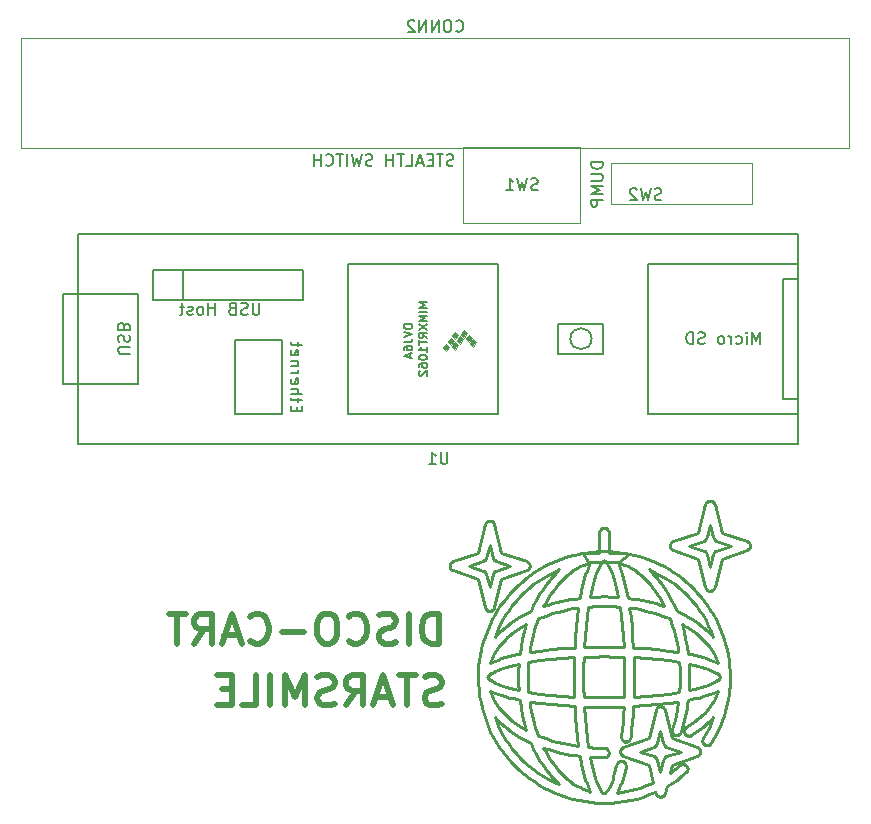
<source format=gbr>
G04 #@! TF.GenerationSoftware,KiCad,Pcbnew,(5.1.9)-1*
G04 #@! TF.CreationDate,2021-03-13T02:16:44-05:00*
G04 #@! TF.ProjectId,cartridge,63617274-7269-4646-9765-2e6b69636164,rev?*
G04 #@! TF.SameCoordinates,Original*
G04 #@! TF.FileFunction,Legend,Bot*
G04 #@! TF.FilePolarity,Positive*
%FSLAX46Y46*%
G04 Gerber Fmt 4.6, Leading zero omitted, Abs format (unit mm)*
G04 Created by KiCad (PCBNEW (5.1.9)-1) date 2021-03-13 02:16:44*
%MOMM*%
%LPD*%
G01*
G04 APERTURE LIST*
%ADD10C,0.150000*%
%ADD11C,0.250000*%
%ADD12C,0.120000*%
%ADD13C,0.100000*%
%ADD14C,0.508000*%
G04 APERTURE END LIST*
D10*
X164739580Y-71345657D02*
X163739580Y-71345657D01*
X163739580Y-71583752D01*
X163787200Y-71726609D01*
X163882438Y-71821847D01*
X163977676Y-71869466D01*
X164168152Y-71917085D01*
X164311009Y-71917085D01*
X164501485Y-71869466D01*
X164596723Y-71821847D01*
X164691961Y-71726609D01*
X164739580Y-71583752D01*
X164739580Y-71345657D01*
X163739580Y-72345657D02*
X164549104Y-72345657D01*
X164644342Y-72393276D01*
X164691961Y-72440895D01*
X164739580Y-72536133D01*
X164739580Y-72726609D01*
X164691961Y-72821847D01*
X164644342Y-72869466D01*
X164549104Y-72917085D01*
X163739580Y-72917085D01*
X164739580Y-73393276D02*
X163739580Y-73393276D01*
X164453866Y-73726609D01*
X163739580Y-74059942D01*
X164739580Y-74059942D01*
X164739580Y-74536133D02*
X163739580Y-74536133D01*
X163739580Y-74917085D01*
X163787200Y-75012323D01*
X163834819Y-75059942D01*
X163930057Y-75107561D01*
X164072914Y-75107561D01*
X164168152Y-75059942D01*
X164215771Y-75012323D01*
X164263390Y-74917085D01*
X164263390Y-74536133D01*
X152080171Y-71626361D02*
X151937314Y-71673980D01*
X151699219Y-71673980D01*
X151603980Y-71626361D01*
X151556361Y-71578742D01*
X151508742Y-71483504D01*
X151508742Y-71388266D01*
X151556361Y-71293028D01*
X151603980Y-71245409D01*
X151699219Y-71197790D01*
X151889695Y-71150171D01*
X151984933Y-71102552D01*
X152032552Y-71054933D01*
X152080171Y-70959695D01*
X152080171Y-70864457D01*
X152032552Y-70769219D01*
X151984933Y-70721600D01*
X151889695Y-70673980D01*
X151651600Y-70673980D01*
X151508742Y-70721600D01*
X151223028Y-70673980D02*
X150651600Y-70673980D01*
X150937314Y-71673980D02*
X150937314Y-70673980D01*
X150318266Y-71150171D02*
X149984933Y-71150171D01*
X149842076Y-71673980D02*
X150318266Y-71673980D01*
X150318266Y-70673980D01*
X149842076Y-70673980D01*
X149461123Y-71388266D02*
X148984933Y-71388266D01*
X149556361Y-71673980D02*
X149223028Y-70673980D01*
X148889695Y-71673980D01*
X148080171Y-71673980D02*
X148556361Y-71673980D01*
X148556361Y-70673980D01*
X147889695Y-70673980D02*
X147318266Y-70673980D01*
X147603980Y-71673980D02*
X147603980Y-70673980D01*
X146984933Y-71673980D02*
X146984933Y-70673980D01*
X146984933Y-71150171D02*
X146413504Y-71150171D01*
X146413504Y-71673980D02*
X146413504Y-70673980D01*
X145223028Y-71626361D02*
X145080171Y-71673980D01*
X144842076Y-71673980D01*
X144746838Y-71626361D01*
X144699219Y-71578742D01*
X144651600Y-71483504D01*
X144651600Y-71388266D01*
X144699219Y-71293028D01*
X144746838Y-71245409D01*
X144842076Y-71197790D01*
X145032552Y-71150171D01*
X145127790Y-71102552D01*
X145175409Y-71054933D01*
X145223028Y-70959695D01*
X145223028Y-70864457D01*
X145175409Y-70769219D01*
X145127790Y-70721600D01*
X145032552Y-70673980D01*
X144794457Y-70673980D01*
X144651600Y-70721600D01*
X144318266Y-70673980D02*
X144080171Y-71673980D01*
X143889695Y-70959695D01*
X143699219Y-71673980D01*
X143461123Y-70673980D01*
X143080171Y-71673980D02*
X143080171Y-70673980D01*
X142746838Y-70673980D02*
X142175409Y-70673980D01*
X142461123Y-71673980D02*
X142461123Y-70673980D01*
X141270647Y-71578742D02*
X141318266Y-71626361D01*
X141461123Y-71673980D01*
X141556361Y-71673980D01*
X141699219Y-71626361D01*
X141794457Y-71531123D01*
X141842076Y-71435885D01*
X141889695Y-71245409D01*
X141889695Y-71102552D01*
X141842076Y-70912076D01*
X141794457Y-70816838D01*
X141699219Y-70721600D01*
X141556361Y-70673980D01*
X141461123Y-70673980D01*
X141318266Y-70721600D01*
X141270647Y-70769219D01*
X140842076Y-71673980D02*
X140842076Y-70673980D01*
X140842076Y-71150171D02*
X140270647Y-71150171D01*
X140270647Y-71673980D02*
X140270647Y-70673980D01*
D11*
X166271739Y-121017798D02*
X166239993Y-121070226D01*
X166357414Y-121571806D02*
X166410006Y-121605168D01*
X167488251Y-124427692D02*
X167102865Y-124527782D01*
X165999716Y-122155509D02*
X165948780Y-122213842D01*
X168599133Y-122357942D02*
X168978533Y-123875492D01*
X166271758Y-121484185D02*
X166311112Y-121531174D01*
X166203532Y-122052319D02*
X166129020Y-122073535D01*
X166357393Y-120930177D02*
X166311090Y-120970809D01*
X166439691Y-122081065D02*
X166362633Y-122055492D01*
X166648398Y-122300497D02*
X166613589Y-122231917D01*
X166027194Y-124533575D02*
X166127794Y-124311966D01*
X166713282Y-124612324D02*
X166319966Y-124681138D01*
X166468232Y-121630342D02*
X168599133Y-122357942D01*
X166240006Y-121431757D02*
X166271758Y-121484185D01*
X168599133Y-120144042D02*
X166468232Y-120871642D01*
X165909560Y-122282124D02*
X165883982Y-122359142D01*
X166127794Y-124311966D02*
X166225224Y-124069139D01*
X165948780Y-122213842D02*
X165909560Y-122282124D01*
X166410741Y-123519543D02*
X166498911Y-123212627D01*
X169201833Y-117733292D02*
X168599133Y-120144042D01*
X167868976Y-124312236D02*
X167488251Y-124427692D01*
X166584078Y-122884201D02*
X166666283Y-122534192D01*
X166060439Y-122108335D02*
X165999716Y-122155509D01*
X166498911Y-123212627D02*
X166584078Y-122884201D01*
X166468232Y-120871642D02*
X166409992Y-120896815D01*
X166129020Y-122073535D02*
X166060439Y-122108335D01*
X166319526Y-123805023D02*
X166410741Y-123519543D01*
X166282045Y-122045900D02*
X166203532Y-122052319D01*
X166566388Y-122171201D02*
X166508016Y-122120276D01*
X166239993Y-121070226D02*
X166216507Y-121127178D01*
X166508016Y-122120276D02*
X166439691Y-122081065D01*
X166362633Y-122055492D02*
X166282045Y-122045900D01*
X166613589Y-122231917D02*
X166566388Y-122171201D01*
X168978533Y-123875492D02*
X168614581Y-124035954D01*
X166311090Y-120970809D02*
X166271739Y-121017798D01*
X167102865Y-124527782D02*
X166713282Y-124612324D01*
X166669596Y-122375020D02*
X166648398Y-122300497D01*
X166225224Y-124069139D02*
X166319526Y-123805023D01*
X166319966Y-124681138D02*
X165923383Y-124734042D01*
X168614581Y-124035954D02*
X168244574Y-124181596D01*
X166409992Y-120896815D02*
X166357393Y-120930177D01*
X166311112Y-121531174D02*
X166357414Y-121571806D01*
X166201935Y-121187739D02*
X166196933Y-121250992D01*
X166216507Y-121127178D02*
X166201935Y-121187739D01*
X166675964Y-122453559D02*
X166669596Y-122375020D01*
X166666283Y-122534192D02*
X166675964Y-122453559D01*
X165923383Y-124734042D02*
X166027194Y-124533575D01*
X166196933Y-121250992D02*
X166201937Y-121314244D01*
X168244574Y-124181596D02*
X167868976Y-124312236D01*
X166410006Y-121605168D02*
X166468232Y-121630342D01*
X166216514Y-121374805D02*
X166240006Y-121431757D01*
X166201937Y-121314244D02*
X166216514Y-121374805D01*
X169782795Y-125023283D02*
X169837364Y-124987410D01*
X171378741Y-123341158D02*
X171770483Y-123020042D01*
X172771373Y-121605168D02*
X172823972Y-121571806D01*
X169722779Y-117452034D02*
X169658377Y-117435418D01*
X169925848Y-117610570D02*
X169885423Y-117558810D01*
X172979430Y-121314244D02*
X172984433Y-121250992D01*
X172823972Y-121571806D02*
X172870275Y-121531174D01*
X172964858Y-121374805D02*
X172979430Y-121314244D01*
X172941372Y-121431757D02*
X172964858Y-121374805D01*
X172909626Y-121484185D02*
X172941372Y-121431757D01*
X171812833Y-122454742D02*
X171753966Y-122398834D01*
X171753966Y-122398834D02*
X171687183Y-122357042D01*
X171859354Y-122521286D02*
X171812833Y-122454742D01*
X169979533Y-124768692D02*
X170126033Y-124182792D01*
X171890731Y-122593554D02*
X171859354Y-122521286D01*
X169223801Y-117669012D02*
X169201833Y-117733292D01*
X169255538Y-117610570D02*
X169223801Y-117669012D01*
X169837364Y-124987410D02*
X169885401Y-124943173D01*
X169295964Y-117558810D02*
X169255538Y-117610570D01*
X169344001Y-117514573D02*
X169295964Y-117558810D01*
X169658377Y-117435418D02*
X169590683Y-117429692D01*
X170582233Y-120144042D02*
X169979533Y-117733292D01*
X172713133Y-120871642D02*
X170582233Y-120144042D01*
X169885401Y-124943173D02*
X169925827Y-124891413D01*
X172941359Y-121070226D02*
X172909608Y-121017798D01*
X171462063Y-122318081D02*
X171386345Y-122334479D01*
X172771359Y-120896815D02*
X172713133Y-120871642D01*
X172870253Y-120970809D02*
X172823951Y-120930177D01*
X170582233Y-122357942D02*
X172713133Y-121630342D01*
X170406733Y-123059992D02*
X170582233Y-122357942D01*
X171895697Y-122821964D02*
X171908733Y-122746167D01*
X169957564Y-124832972D02*
X169979533Y-124768692D01*
X170835101Y-122748173D02*
X170406733Y-123059992D01*
X171314077Y-122365858D02*
X171247533Y-122412392D01*
X171770483Y-123020042D02*
X171826402Y-122961175D01*
X170555658Y-123922734D02*
X170973514Y-123642123D01*
X169398570Y-117478700D02*
X169344001Y-117514573D01*
X169782808Y-117478700D02*
X169722779Y-117452034D01*
X170126033Y-124182792D02*
X170555658Y-123922734D01*
X169458593Y-117452034D02*
X169398570Y-117478700D01*
X169590683Y-117429692D02*
X169522990Y-117435418D01*
X169979533Y-117733292D02*
X169957578Y-117669012D01*
X171826402Y-122961175D02*
X171868197Y-122894392D01*
X170973514Y-123642123D02*
X171378741Y-123341158D01*
X172909608Y-121017798D02*
X172870253Y-120970809D01*
X172870275Y-121531174D02*
X172909626Y-121484185D01*
X171386345Y-122334479D02*
X171314077Y-122365858D01*
X171907134Y-122669272D02*
X171890731Y-122593554D01*
X171908733Y-122746167D02*
X171907134Y-122669272D01*
X172964851Y-121127178D02*
X172941359Y-121070226D01*
X171538958Y-122316492D02*
X171462063Y-122318081D01*
X172984433Y-121250992D02*
X172979428Y-121187739D01*
X171687183Y-122357042D02*
X171614755Y-122329536D01*
X172823951Y-120930177D02*
X172771359Y-120896815D01*
X172713133Y-121630342D02*
X172771373Y-121605168D01*
X171247533Y-122412392D02*
X170835101Y-122748173D01*
X171868197Y-122894392D02*
X171895697Y-122821964D01*
X169522990Y-117435418D02*
X169458593Y-117452034D01*
X169885423Y-117558810D02*
X169837383Y-117514573D01*
X172979428Y-121187739D02*
X172964851Y-121127178D01*
X171614755Y-122329536D02*
X171538958Y-122316492D01*
X169837383Y-117514573D02*
X169782808Y-117478700D01*
X169925827Y-124891413D02*
X169957564Y-124832972D01*
X169957578Y-117669012D02*
X169925848Y-117610570D01*
X158443244Y-123476921D02*
X158861363Y-123774471D01*
X154658577Y-111698809D02*
X154528075Y-112140472D01*
X156929510Y-122100975D02*
X157282783Y-122471473D01*
X154804413Y-118597940D02*
X154995589Y-119081927D01*
X168660664Y-124881764D02*
X169176383Y-124666942D01*
X159294006Y-124052098D02*
X159740497Y-124309124D01*
X155209389Y-119554090D02*
X155445140Y-120013755D01*
X154995589Y-119081927D02*
X155209389Y-119554090D01*
X154416401Y-112589810D02*
X154324009Y-113046368D01*
X155158490Y-110424426D02*
X154974240Y-110840331D01*
X169722772Y-125049949D02*
X169782795Y-125023283D01*
X161651450Y-125117733D02*
X162157060Y-125261635D01*
X161156314Y-124949856D02*
X161651450Y-125117733D01*
X169658375Y-125066565D02*
X169722772Y-125049949D01*
X169590683Y-125072292D02*
X169658375Y-125066565D01*
X165384537Y-125582864D02*
X165946648Y-125538057D01*
X155702165Y-120460246D02*
X155979790Y-120892889D01*
X164270732Y-125583991D02*
X164818582Y-125597892D01*
X155359746Y-110018019D02*
X155158490Y-110424426D01*
X169522988Y-125066565D02*
X169590683Y-125072292D01*
X154156383Y-114935691D02*
X154170283Y-115483538D01*
X154251356Y-113509690D02*
X154198897Y-113979322D01*
X169398557Y-125023283D02*
X169458586Y-125049949D01*
X169201833Y-124768692D02*
X169223787Y-124832972D01*
X158040325Y-123160121D02*
X158443244Y-123476921D01*
X167054895Y-125360754D02*
X167598809Y-125229083D01*
X165946648Y-125538057D02*
X166503804Y-125463883D01*
X154170283Y-115483538D02*
X154211533Y-116024287D01*
X165101971Y-125594126D02*
X165384537Y-125582864D01*
X163196999Y-125474814D02*
X163729979Y-125542740D01*
X154373385Y-117081792D02*
X154492636Y-117597198D01*
X154528075Y-112140472D02*
X154416401Y-112589810D01*
X160672326Y-124758678D02*
X161156314Y-124949856D01*
X154636537Y-118102805D02*
X154804413Y-118597940D01*
X166503804Y-125463883D02*
X167054895Y-125360754D01*
X156594137Y-121713929D02*
X156929510Y-122100975D01*
X154492636Y-117597198D02*
X154636537Y-118102805D01*
X163729979Y-125542740D02*
X164270732Y-125583991D01*
X162157060Y-125261635D02*
X162672468Y-125380887D01*
X154279459Y-116557263D02*
X154373385Y-117081792D01*
X169343983Y-124987410D02*
X169398557Y-125023283D01*
X155445140Y-120013755D02*
X155702165Y-120460246D01*
X169458586Y-125049949D02*
X169522988Y-125066565D01*
X169295942Y-124943173D02*
X169343983Y-124987410D01*
X157653279Y-122824746D02*
X158040325Y-123160121D01*
X169255517Y-124891413D02*
X169295942Y-124943173D01*
X154974240Y-110840331D02*
X154807450Y-111265277D01*
X169223787Y-124832972D02*
X169255517Y-124891413D01*
X169176383Y-124666942D02*
X169201833Y-124768692D01*
X154324009Y-113046368D02*
X154251356Y-113509690D01*
X168134436Y-125069282D02*
X168660664Y-124881764D01*
X167598809Y-125229083D02*
X168134436Y-125069282D01*
X158861363Y-123774471D02*
X159294006Y-124052098D01*
X160200162Y-124544876D02*
X160672326Y-124758678D01*
X164818582Y-125597892D02*
X165101971Y-125594126D01*
X154211533Y-116024287D02*
X154279459Y-116557263D01*
X154807450Y-111265277D02*
X154658577Y-111698809D01*
X162672468Y-125380887D02*
X163196999Y-125474814D01*
X159740497Y-124309124D02*
X160200162Y-124544876D01*
X154198897Y-113979322D02*
X154167087Y-114454808D01*
X156277339Y-121311008D02*
X156594137Y-121713929D01*
X155979790Y-120892889D02*
X156277339Y-121311008D01*
X154167087Y-114454808D02*
X154156383Y-114935691D01*
X157282783Y-122471473D02*
X157653279Y-122824746D01*
X160941394Y-105003389D02*
X160520757Y-105178675D01*
X162254311Y-104585519D02*
X161808626Y-104706356D01*
X166929633Y-104483692D02*
X166669238Y-104441410D01*
X164425826Y-102617937D02*
X164417683Y-102698742D01*
X166612614Y-104435519D02*
X166613129Y-104438665D01*
X165101983Y-102415292D02*
X165042659Y-102366346D01*
X166669238Y-104441410D02*
X166586140Y-104427909D01*
X163010947Y-104432318D02*
X162996294Y-104427923D01*
X164662497Y-102329383D02*
X164594406Y-102366333D01*
X163108283Y-104435692D02*
X163010947Y-104432318D01*
X165219383Y-102698742D02*
X165211239Y-102617951D01*
X165219383Y-104435642D02*
X165219383Y-102698742D01*
X161370836Y-104845798D02*
X160941394Y-105003389D01*
X164899323Y-102306035D02*
X164818533Y-102297892D01*
X164417683Y-102698742D02*
X164417683Y-104435692D01*
X166613129Y-104438665D02*
X166528783Y-104435642D01*
X161808626Y-104706356D02*
X161370836Y-104845798D01*
X164974568Y-102329390D02*
X164899323Y-102306035D01*
X165042659Y-102366346D02*
X164974568Y-102329390D01*
X155577550Y-109621563D02*
X155359746Y-110018019D01*
X155811449Y-109235516D02*
X155577550Y-109621563D01*
X156060985Y-108860331D02*
X155811449Y-109235516D01*
X156325705Y-108496465D02*
X156060985Y-108860331D01*
X160520757Y-105178675D02*
X160109381Y-105371199D01*
X164818533Y-102297892D02*
X164737742Y-102306033D01*
X156605151Y-108144373D02*
X156325705Y-108496465D01*
X158565587Y-106304572D02*
X158207345Y-106576458D01*
X159316230Y-105806141D02*
X158935368Y-106047648D01*
X164449181Y-102542684D02*
X164425826Y-102617937D01*
X166599842Y-104431541D02*
X166612614Y-104435519D01*
X162887015Y-104450439D02*
X162707433Y-104483742D01*
X165187884Y-102542706D02*
X165150928Y-102474615D01*
X164594406Y-102366333D02*
X164535083Y-102415273D01*
X156898869Y-107804510D02*
X156605151Y-108144373D01*
X157527298Y-107163293D02*
X157206403Y-107477331D01*
X157861097Y-106862850D02*
X157527298Y-107163293D01*
X158207345Y-106576458D02*
X157861097Y-106862850D01*
X160109381Y-105371199D02*
X159707720Y-105580506D01*
X164737742Y-102306033D02*
X164662497Y-102329383D01*
X162707433Y-104483742D02*
X162254311Y-104585519D01*
X162996294Y-104427923D02*
X162887015Y-104450439D01*
X164417683Y-104435692D02*
X163108283Y-104435692D01*
X166528783Y-104435642D02*
X165219383Y-104435642D01*
X164535083Y-102415273D02*
X164486137Y-102474593D01*
X165150928Y-102474615D02*
X165101983Y-102415292D01*
X165211239Y-102617951D02*
X165187884Y-102542706D01*
X166586140Y-104427909D02*
X166586967Y-104428436D01*
X157206403Y-107477331D02*
X156898869Y-107804510D01*
X158935368Y-106047648D02*
X158565587Y-106304572D01*
X159707720Y-105580506D02*
X159316230Y-105806141D01*
X164486137Y-102474593D02*
X164449181Y-102542684D01*
X166586967Y-104428436D02*
X166599842Y-104431541D01*
X164132176Y-123704565D02*
X164046587Y-123454671D01*
X164297463Y-124113128D02*
X164216012Y-123923462D01*
X164521167Y-124524404D02*
X164450674Y-124411832D01*
X166402214Y-118738910D02*
X166344963Y-119361238D01*
X166450586Y-118099736D02*
X166402214Y-118738910D01*
X164974668Y-120979640D02*
X164899423Y-120956285D01*
X164787162Y-124790114D02*
X164747604Y-124770703D01*
X166489982Y-117446242D02*
X166450586Y-118099736D01*
X163482833Y-120892942D02*
X163372956Y-120090244D01*
X164646759Y-124684818D02*
X164586740Y-124614810D01*
X165660908Y-117467160D02*
X166489982Y-117446242D01*
X165631967Y-123322748D02*
X165548743Y-123579167D01*
X165715963Y-123035005D02*
X165631967Y-123322748D01*
X164818633Y-121749842D02*
X164899408Y-121741700D01*
X163204240Y-118361924D02*
X163146283Y-117446192D01*
X165035881Y-124631635D02*
X164979440Y-124695148D01*
X164146345Y-120934154D02*
X163482833Y-120892942D01*
X163785644Y-122501340D02*
X163699383Y-122109792D01*
X165235020Y-124323654D02*
X165164243Y-124447490D01*
X165151028Y-121124865D02*
X165102083Y-121065542D01*
X165187984Y-121192956D02*
X165151028Y-121124865D01*
X165219483Y-121348992D02*
X165211339Y-121268201D01*
X165151015Y-121573140D02*
X165187977Y-121505049D01*
X163699383Y-122109792D02*
X163620083Y-121707292D01*
X164974647Y-121718350D02*
X165042737Y-121681400D01*
X164216320Y-121739048D02*
X164818633Y-121749842D01*
X164216012Y-123923462D02*
X164132176Y-123704565D01*
X164046587Y-123454671D02*
X163959880Y-123172013D01*
X165097673Y-124549616D02*
X165035881Y-124631635D01*
X164375895Y-124275329D02*
X164297463Y-124113128D01*
X165386903Y-124004443D02*
X165309431Y-124176506D01*
X164979440Y-124695148D02*
X164928923Y-124741758D01*
X165800159Y-122714337D02*
X165715963Y-123035005D01*
X164884901Y-124773067D02*
X164847947Y-124790677D01*
X164928923Y-124741758D02*
X164884901Y-124773067D01*
X164700592Y-124736194D02*
X164646759Y-124684818D01*
X164899408Y-121741700D02*
X164974647Y-121718350D01*
X165309431Y-124176506D02*
X165235020Y-124323654D01*
X165548743Y-123579167D02*
X165466865Y-123805864D01*
X164818633Y-117474242D02*
X165660908Y-117467160D01*
X163975858Y-117467154D02*
X164818633Y-117474242D01*
X164450674Y-124411832D02*
X164375895Y-124275329D01*
X165187977Y-121505049D02*
X165211337Y-121429796D01*
X165042737Y-121681400D02*
X165102064Y-121632460D01*
X163146283Y-117446192D02*
X163975858Y-117467154D01*
X165102083Y-121065542D02*
X165042759Y-121016596D01*
X163279945Y-119244923D02*
X163204240Y-118361924D01*
X163372956Y-120090244D02*
X163279945Y-119244923D01*
X165211339Y-121268201D02*
X165187984Y-121192956D01*
X164818633Y-120948142D02*
X164146345Y-120934154D01*
X164899423Y-120956285D02*
X164818633Y-120948142D01*
X165042759Y-121016596D02*
X164974668Y-120979640D01*
X165211337Y-121429796D02*
X165219483Y-121348992D01*
X165883982Y-122359142D02*
X165800159Y-122714337D01*
X165102064Y-121632460D02*
X165151015Y-121573140D01*
X163620083Y-121707292D02*
X164216320Y-121739048D01*
X164586740Y-124614810D02*
X164521167Y-124524404D01*
X164818633Y-124796192D02*
X164787162Y-124790114D01*
X165466865Y-123805864D02*
X165386903Y-124004443D01*
X163959880Y-123172013D02*
X163872688Y-122854825D01*
X165164243Y-124447490D02*
X165097673Y-124549616D01*
X163872688Y-122854825D02*
X163785644Y-122501340D01*
X164847947Y-124790677D02*
X164818633Y-124796192D01*
X164747604Y-124770703D02*
X164700592Y-124736194D01*
X166629683Y-120409492D02*
X166710750Y-120411015D01*
X167144260Y-119425205D02*
X167203976Y-118771085D01*
X171299434Y-119685712D02*
X171332533Y-119611542D01*
X166860124Y-120368069D02*
X166924826Y-120326442D01*
X166344963Y-119361238D02*
X166278932Y-119964192D01*
X170565991Y-119594365D02*
X170593864Y-119666048D01*
X166320465Y-120194797D02*
X166362076Y-120259479D01*
X166788165Y-120396734D02*
X166860124Y-120368069D01*
X171436653Y-119282388D02*
X171532753Y-118949605D01*
X171332533Y-119611542D02*
X171436653Y-119282388D01*
X171253626Y-119749849D02*
X171299434Y-119685712D01*
X171132045Y-119843917D02*
X171197149Y-119802927D01*
X170984120Y-119885521D02*
X171060355Y-119871791D01*
X170905382Y-119884081D02*
X170984120Y-119885521D01*
X170687910Y-119787584D02*
X170752031Y-119833366D01*
X166710750Y-120411015D02*
X166788165Y-120396734D01*
X170634846Y-119731133D02*
X170687910Y-119787584D01*
X167203976Y-118771085D02*
X167254083Y-118099181D01*
X170552252Y-119518120D02*
X170565991Y-119594365D01*
X170891764Y-118216404D02*
X170743971Y-118793896D01*
X169293920Y-117263204D02*
X170229143Y-117156902D01*
X167294483Y-117412292D02*
X168313528Y-117348524D01*
X167025254Y-120209987D02*
X167057375Y-120138002D01*
X166415216Y-120315081D02*
X166478472Y-120359812D01*
X170229143Y-117156902D02*
X171112683Y-117030192D01*
X170743971Y-118793896D02*
X170571283Y-119360092D01*
X171772910Y-117930630D02*
X171836912Y-117584481D01*
X171700883Y-118273610D02*
X171772910Y-117930630D01*
X167057375Y-120138002D02*
X167075033Y-120058742D01*
X171060355Y-119871791D02*
X171132045Y-119843917D01*
X166362076Y-120259479D02*
X166415216Y-120315081D01*
X170593864Y-119666048D02*
X170634846Y-119731133D01*
X170553674Y-119439351D02*
X170552252Y-119518120D01*
X171014666Y-117628281D02*
X170891764Y-118216404D01*
X171112683Y-117030192D02*
X171014666Y-117628281D01*
X166278932Y-119964192D02*
X166277481Y-120045362D01*
X166924826Y-120326442D02*
X166980470Y-120273274D01*
X166478472Y-120359812D02*
X166550432Y-120391879D01*
X167254083Y-118099181D02*
X167294483Y-117412292D01*
X168313528Y-117348524D02*
X169293920Y-117263204D01*
X166980470Y-120273274D02*
X167025254Y-120209987D01*
X166291796Y-120122827D02*
X166320465Y-120194797D01*
X166550432Y-120391879D02*
X166629683Y-120409492D01*
X171836912Y-117584481D02*
X171892887Y-117235280D01*
X171620830Y-118613307D02*
X171700883Y-118273610D01*
X171532753Y-118949605D02*
X171620830Y-118613307D01*
X171197149Y-119802927D02*
X171253626Y-119749849D01*
X166277481Y-120045362D02*
X166291796Y-120122827D01*
X167075033Y-120058742D02*
X167144260Y-119425205D01*
X170752031Y-119833366D02*
X170826183Y-119866442D01*
X170571283Y-119360092D02*
X170553674Y-119439351D01*
X170826183Y-119866442D02*
X170905382Y-119884081D01*
X170618353Y-110652395D02*
X170723017Y-111000511D01*
X168818231Y-108612343D02*
X168434539Y-108519317D01*
X166274439Y-105329575D02*
X166567384Y-105444894D01*
X167328932Y-116607992D02*
X167350089Y-115775941D01*
X167680565Y-106103826D02*
X167942469Y-106315299D01*
X169368908Y-116450029D02*
X168370632Y-116540495D01*
X166567384Y-105444894D02*
X166854817Y-105580513D01*
X170316370Y-116337232D02*
X169368908Y-116450029D01*
X168313854Y-112522827D02*
X167295233Y-112459092D01*
X170768738Y-116272659D02*
X170316370Y-116337232D01*
X168318862Y-109314601D02*
X168750458Y-109422479D01*
X169195844Y-108714787D02*
X168818231Y-108612343D01*
X166977783Y-109068242D02*
X166977783Y-109068242D01*
X168683267Y-107053334D02*
X168914066Y-107332102D01*
X168444169Y-106790588D02*
X168683267Y-107053334D01*
X171205633Y-116202741D02*
X170768738Y-116272659D01*
X167081342Y-109863477D02*
X166977783Y-109068242D01*
X171052754Y-112460635D02*
X171111933Y-112840992D01*
X169173344Y-109542981D02*
X169586925Y-109675952D01*
X168045130Y-108435806D02*
X167650368Y-108361909D01*
X169567016Y-108826552D02*
X169195844Y-108714787D01*
X167942469Y-106315299D02*
X168197120Y-106544398D01*
X171111933Y-112840992D02*
X170228733Y-112714368D01*
X170984068Y-112086091D02*
X171052754Y-112460635D01*
X169990603Y-109821241D02*
X170383783Y-109978692D01*
X166640665Y-107223517D02*
X166555539Y-106871784D01*
X168434539Y-108519317D02*
X168045130Y-108435806D01*
X169747305Y-108596690D02*
X169931383Y-108947542D01*
X166081203Y-105451919D02*
X165976333Y-105235092D01*
X167169020Y-110696617D02*
X167081342Y-109863477D01*
X166182689Y-105691012D02*
X166081203Y-105451919D01*
X169931383Y-108947542D02*
X169567016Y-108826552D01*
X167431928Y-109137328D02*
X167879153Y-109219499D01*
X166467215Y-106542755D02*
X166375658Y-106236342D01*
X166280828Y-105952457D02*
X166182689Y-105691012D01*
X170228733Y-112714368D02*
X169293864Y-112608117D01*
X170505206Y-110311683D02*
X170618353Y-110652395D01*
X167411756Y-105910514D02*
X167680565Y-106103826D01*
X167240442Y-111563281D02*
X167169020Y-110696617D01*
X169136218Y-107626356D02*
X169349375Y-107935562D01*
X170906080Y-111717676D02*
X170984068Y-112086091D01*
X170723017Y-111000511D02*
X170818995Y-111355710D01*
X167295233Y-112459092D02*
X167240442Y-111563281D01*
X167250614Y-108297721D02*
X166846232Y-108243342D01*
X170383783Y-109978692D02*
X170505206Y-110311683D01*
X170818995Y-111355710D02*
X170906080Y-111717676D01*
X167650368Y-108361909D02*
X167250614Y-108297721D01*
X166846232Y-108243342D02*
X166846232Y-108243342D01*
X166555539Y-106871784D02*
X166467215Y-106542755D01*
X169586925Y-109675952D02*
X169990603Y-109821241D01*
X167879153Y-109219499D02*
X168318862Y-109314601D01*
X168750458Y-109422479D02*
X169173344Y-109542981D01*
X166977783Y-109068242D02*
X167431928Y-109137328D01*
X168197120Y-106544398D02*
X168444169Y-106790588D01*
X165976333Y-105235092D02*
X166274439Y-105329575D01*
X166375658Y-106236342D02*
X166280828Y-105952457D01*
X169349375Y-107935562D02*
X169553186Y-108259185D01*
X168914066Y-107332102D02*
X169136218Y-107626356D01*
X166854817Y-105580513D02*
X167136390Y-105735899D01*
X167350089Y-115775941D02*
X167357183Y-114935642D01*
X168370632Y-116540495D02*
X167328932Y-116607992D01*
X169293864Y-112608117D02*
X168313854Y-112522827D01*
X169553186Y-108259185D02*
X169747305Y-108596690D01*
X167136390Y-105735899D02*
X167411756Y-105910514D01*
X162914533Y-122273292D02*
X162996514Y-122647818D01*
X161986769Y-121509424D02*
X162386534Y-121573612D01*
X156205293Y-119731916D02*
X155968241Y-119280912D01*
X157368279Y-121387865D02*
X157046834Y-120997603D01*
X166722633Y-107598041D02*
X166640665Y-107223517D01*
X166547920Y-115793985D02*
X166525383Y-116643092D01*
X160070133Y-121044781D02*
X160441293Y-121156546D01*
X166555533Y-114935691D02*
X166547920Y-115793985D01*
X161202589Y-121352017D02*
X161592000Y-121435527D01*
X155754185Y-118816618D02*
X155563883Y-118339792D01*
X166548070Y-114074623D02*
X166555533Y-114935691D01*
X162782348Y-124290815D02*
X162500775Y-124135427D01*
X163069782Y-124426437D02*
X162782348Y-124290815D01*
X165679351Y-116665179D02*
X164818582Y-116672642D01*
X166525983Y-113228292D02*
X166548070Y-114074623D01*
X160723099Y-122539209D02*
X160500947Y-122244956D01*
X166846232Y-108243342D02*
X166722633Y-107598041D01*
X163454483Y-124180342D02*
X163555964Y-124419428D01*
X161440045Y-123326917D02*
X161192996Y-123080724D01*
X163957533Y-113206204D02*
X164818582Y-113198742D01*
X163081633Y-114935691D02*
X163089095Y-114074623D01*
X163957533Y-116665179D02*
X163111183Y-116643092D01*
X164818582Y-116672642D02*
X163957533Y-116665179D01*
X163555964Y-124419428D02*
X163660833Y-124636242D01*
X156464582Y-120168870D02*
X156205293Y-119731916D01*
X166525383Y-116643092D02*
X165679351Y-116665179D01*
X162996514Y-122647818D02*
X163081647Y-122999556D01*
X163169972Y-123328592D02*
X163261526Y-123635010D01*
X160953898Y-122817977D02*
X160723099Y-122539209D01*
X162790933Y-121627992D02*
X162914533Y-122273292D01*
X161956600Y-123767494D02*
X161694696Y-123556018D01*
X160500947Y-122244956D02*
X160287791Y-121935752D01*
X163362726Y-124541757D02*
X163069782Y-124426437D01*
X160083979Y-121612134D02*
X159889860Y-121274635D01*
X160287791Y-121935752D02*
X160083979Y-121612134D01*
X160818899Y-121258991D02*
X161202589Y-121352017D01*
X157708926Y-121761048D02*
X157368279Y-121387865D01*
X161694696Y-123556018D02*
X161440045Y-123326917D01*
X162500775Y-124135427D02*
X162225409Y-123960809D01*
X166525383Y-116643092D02*
X166525383Y-116643092D01*
X165679633Y-113206204D02*
X166525983Y-113228292D01*
X162386534Y-121573612D02*
X162790933Y-121627992D01*
X163089095Y-114074623D02*
X163111183Y-113228292D01*
X163111183Y-116643092D02*
X163089095Y-115796760D01*
X156745348Y-120591019D02*
X156464582Y-120168870D01*
X164818582Y-113198742D02*
X165679633Y-113206204D01*
X163111183Y-113228292D02*
X163957533Y-113206204D01*
X163089095Y-115796760D02*
X163081633Y-114935691D01*
X163660833Y-124636242D02*
X163660833Y-124636242D01*
X163356350Y-123918898D02*
X163454483Y-124180342D01*
X163261526Y-123635010D02*
X163356350Y-123918898D01*
X163081647Y-122999556D02*
X163169972Y-123328592D01*
X155968241Y-119280912D02*
X155754185Y-118816618D01*
X163660833Y-124636242D02*
X163362726Y-124541757D01*
X161592000Y-121435527D02*
X161986769Y-121509424D01*
X160441293Y-121156546D02*
X160818899Y-121258991D01*
X159705783Y-120923792D02*
X160070133Y-121044781D01*
X161192996Y-123080724D02*
X160953898Y-122817977D01*
X162225409Y-123960809D02*
X161956600Y-123767494D01*
X155563883Y-118339792D02*
X155563883Y-118339792D01*
X158068016Y-122116392D02*
X157708926Y-121761048D01*
X158444788Y-122453142D02*
X158068016Y-122116392D01*
X159889860Y-121274635D02*
X159705783Y-120923792D01*
X157046834Y-120997603D02*
X156745348Y-120591019D01*
X156140551Y-116499423D02*
X156442838Y-116589149D01*
X155749622Y-118538169D02*
X155946289Y-118732700D01*
X158061210Y-118792529D02*
X158235332Y-119400292D01*
X155523536Y-116937785D02*
X155411315Y-116734002D01*
X157287938Y-118803723D02*
X157060628Y-118633707D01*
X155783900Y-117337317D02*
X155647768Y-117138946D01*
X158235332Y-119400292D02*
X158002345Y-119268004D01*
X157350233Y-119810542D02*
X157656618Y-119994637D01*
X156153783Y-118923231D02*
X156372008Y-119109610D01*
X155601079Y-116310464D02*
X155859994Y-116406540D01*
X158838486Y-122770537D02*
X158444788Y-122453142D01*
X159248349Y-123067822D02*
X158838486Y-122770537D01*
X159673619Y-123344238D02*
X159248349Y-123067822D01*
X156445187Y-118099545D02*
X156262574Y-117914011D01*
X156639141Y-118281450D02*
X156445187Y-118099545D01*
X160113537Y-123599026D02*
X159673619Y-123344238D01*
X159971811Y-122871198D02*
X160139772Y-123087342D01*
X155223352Y-116319237D02*
X155147833Y-116108592D01*
X157090074Y-119642302D02*
X157350233Y-119810542D01*
X159363778Y-121962874D02*
X159647783Y-122413942D01*
X155946289Y-118732700D02*
X156153783Y-118923231D01*
X157060628Y-118633707D02*
X156844325Y-118459560D01*
X155311217Y-116527763D02*
X155223352Y-116319237D01*
X155411315Y-116734002D02*
X155311217Y-116527763D01*
X155647768Y-117138946D02*
X155523536Y-116937785D01*
X160567345Y-123831430D02*
X160113537Y-123599026D01*
X160666013Y-123685079D02*
X160848483Y-123867215D01*
X160139772Y-123087342D02*
X160311539Y-123295079D01*
X157791471Y-117532510D02*
X157913126Y-118169429D01*
X155147833Y-116108592D02*
X155363720Y-116211160D01*
X157696633Y-116883292D02*
X157791471Y-117532510D01*
X158631333Y-120494742D02*
X158855318Y-121002031D01*
X161034283Y-124040692D02*
X160567345Y-123831430D01*
X154964062Y-114967003D02*
X154958032Y-114935691D01*
X157480933Y-116839742D02*
X157696633Y-116883292D01*
X156442838Y-116589149D02*
X156766940Y-116675753D01*
X160848483Y-123867215D02*
X161034283Y-124040692D01*
X157526143Y-118969440D02*
X157287938Y-118803723D01*
X160486992Y-123494346D02*
X160666013Y-123685079D01*
X156091414Y-117725017D02*
X155931819Y-117532729D01*
X160311539Y-123295079D02*
X160486992Y-123494346D01*
X159807775Y-122646710D02*
X159971811Y-122871198D01*
X155859994Y-116406540D02*
X156140551Y-116499423D01*
X159647783Y-122413942D02*
X159807775Y-122646710D01*
X159099545Y-121491823D02*
X159363778Y-121962874D01*
X158855318Y-121002031D02*
X159099545Y-121491823D01*
X157656618Y-119994637D02*
X157972558Y-120170042D01*
X157972558Y-120170042D02*
X158297609Y-120336746D01*
X156372008Y-119109610D02*
X156600863Y-119291684D01*
X155363720Y-116211160D02*
X155601079Y-116310464D01*
X157480933Y-116839742D02*
X157480933Y-116839742D01*
X157112942Y-116759272D02*
X157480933Y-116839742D01*
X156766940Y-116675753D02*
X157112942Y-116759272D01*
X156844325Y-118459560D02*
X156639141Y-118281450D01*
X157913126Y-118169429D02*
X158061210Y-118792529D01*
X154958032Y-114935691D02*
X154958032Y-114935691D01*
X155931819Y-117532729D02*
X155783900Y-117337317D01*
X156262574Y-117914011D02*
X156091414Y-117725017D01*
X158002345Y-119268004D02*
X157775133Y-119130692D01*
X158297609Y-120336746D02*
X158631333Y-120494742D01*
X156840251Y-119469299D02*
X157090074Y-119642302D01*
X156600863Y-119291684D02*
X156840251Y-119469299D01*
X155563883Y-118339792D02*
X155749622Y-118538169D01*
X157775133Y-119130692D02*
X157526143Y-118969440D01*
X155137784Y-114705199D02*
X155227321Y-114640046D01*
X154983311Y-114865050D02*
X155017520Y-114818326D01*
X157112928Y-113112061D02*
X156766919Y-113195579D01*
X157913108Y-111701904D02*
X157791450Y-112338823D01*
X154983311Y-115006333D02*
X154964062Y-114967003D01*
X155338781Y-115301384D02*
X155227321Y-115231337D01*
X157287938Y-111067610D02*
X157526144Y-110901893D01*
X155473908Y-115375698D02*
X155338781Y-115301384D01*
X154958032Y-114935691D02*
X154964062Y-114904380D01*
X156442819Y-113282182D02*
X156140539Y-113371904D01*
X155634440Y-115453655D02*
X155473908Y-115375698D01*
X155147883Y-113762692D02*
X155223393Y-113552054D01*
X155363752Y-113660140D02*
X155147883Y-113762692D01*
X157228659Y-113908495D02*
X157615783Y-113822542D01*
X155822119Y-115534630D02*
X155634440Y-115453655D01*
X156091420Y-112146310D02*
X156262578Y-111957318D01*
X155017520Y-115053057D02*
X154983311Y-115006333D01*
X156038687Y-114253386D02*
X156285884Y-114168252D01*
X155647785Y-112732371D02*
X155783912Y-112534004D01*
X156565451Y-115789408D02*
X156285884Y-115703131D01*
X157615783Y-116048842D02*
X157228659Y-115962888D01*
X157586708Y-114376510D02*
X157576833Y-114935691D01*
X157615783Y-113822542D02*
X157586708Y-114376510D01*
X156285884Y-114168252D02*
X156565451Y-114081975D01*
X157480933Y-113031591D02*
X157112928Y-113112061D01*
X156879129Y-113995181D02*
X157228659Y-113908495D01*
X155227321Y-114640046D02*
X155338781Y-114570000D01*
X155473908Y-114495685D02*
X155634440Y-114417728D01*
X155931827Y-112338595D02*
X156091420Y-112146310D01*
X155068431Y-114764834D02*
X155137784Y-114705199D01*
X155411342Y-113137304D02*
X155523558Y-112933527D01*
X156262578Y-111957318D02*
X156445189Y-111771786D01*
X155601093Y-113560848D02*
X155363752Y-113660140D01*
X156639143Y-111589881D02*
X156844326Y-111411772D01*
X156445189Y-111771786D02*
X156639143Y-111589881D01*
X157775133Y-110740642D02*
X157775133Y-110740642D01*
X158061203Y-111078804D02*
X157913108Y-111701904D01*
X155523558Y-112933527D02*
X155647785Y-112732371D01*
X155223393Y-113552054D02*
X155311250Y-113343536D01*
X155068431Y-115106549D02*
X155017520Y-115053057D01*
X155137784Y-115166184D02*
X155068431Y-115106549D01*
X155017520Y-114818326D02*
X155068431Y-114764834D01*
X157228659Y-115962888D02*
X156879129Y-115876202D01*
X157576833Y-114935691D02*
X157586708Y-115494873D01*
X157696633Y-112988042D02*
X157480933Y-113031591D01*
X155227321Y-115231337D02*
X155137784Y-115166184D01*
X156038687Y-115617997D02*
X155822119Y-115534630D01*
X156285884Y-115703131D02*
X156038687Y-115617997D01*
X156879129Y-115876202D02*
X156565451Y-115789408D01*
X157586708Y-115494873D02*
X157615783Y-116048842D01*
X156565451Y-114081975D02*
X156879129Y-113995181D01*
X155822119Y-114336754D02*
X156038687Y-114253386D01*
X156766919Y-113195579D02*
X156442819Y-113282182D01*
X155859993Y-113464781D02*
X155601093Y-113560848D01*
X155634440Y-114417728D02*
X155822119Y-114336754D01*
X155338781Y-114570000D02*
X155473908Y-114495685D01*
X154964062Y-114904380D02*
X154983311Y-114865050D01*
X157060629Y-111237626D02*
X157287938Y-111067610D01*
X155311250Y-113343536D02*
X155411342Y-113137304D01*
X157526144Y-110901893D02*
X157775133Y-110740642D01*
X155783912Y-112534004D02*
X155931827Y-112338595D01*
X156140539Y-113371904D02*
X155859993Y-113464781D01*
X156844326Y-111411772D02*
X157060629Y-111237626D01*
X157791450Y-112338823D02*
X157696633Y-112988042D01*
X159807825Y-107224673D02*
X159647832Y-107457442D01*
X158297659Y-109534637D02*
X157972608Y-109701342D01*
X158584409Y-112460585D02*
X158653090Y-112086041D01*
X157090124Y-110229079D02*
X156840301Y-110402077D01*
X160113571Y-106272340D02*
X160567386Y-106039944D01*
X155754226Y-111054756D02*
X155968275Y-110590454D01*
X162396730Y-111563259D02*
X162341933Y-112459042D01*
X156372058Y-110761754D02*
X156153833Y-110948130D01*
X157656668Y-109876746D02*
X157350283Y-110060842D01*
X160139822Y-106784041D02*
X159971861Y-107000185D01*
X158731071Y-111717626D02*
X158818151Y-111355660D01*
X158235332Y-110471042D02*
X158061203Y-111078804D01*
X158002364Y-110603310D02*
X158235332Y-110471042D01*
X157775133Y-110740642D02*
X158002364Y-110603310D01*
X158444803Y-107418206D02*
X158838503Y-107100813D01*
X157046849Y-108873745D02*
X157368292Y-108483481D01*
X156205320Y-110139445D02*
X156464604Y-109702484D01*
X160666063Y-106186304D02*
X160487042Y-106377037D01*
X156600913Y-110579686D02*
X156372058Y-110761754D01*
X157972608Y-109701342D02*
X157656668Y-109876746D01*
X159018791Y-110652345D02*
X159131945Y-110311633D01*
X158653090Y-112086041D02*
X158731071Y-111717626D01*
X157368292Y-108483481D02*
X157708939Y-108110298D01*
X160848533Y-106004168D02*
X160666063Y-106186304D01*
X160050233Y-109675902D02*
X160463808Y-109542931D01*
X158914126Y-111000461D02*
X159018791Y-110652345D01*
X160487042Y-106377037D02*
X160311589Y-106576304D01*
X159131945Y-110311633D02*
X159253383Y-109978642D01*
X161034333Y-105830692D02*
X160848533Y-106004168D01*
X158818151Y-111355660D02*
X158914126Y-111000461D01*
X162205223Y-109137278D02*
X162659383Y-109068192D01*
X155563933Y-111531592D02*
X155754226Y-111054756D01*
X161034333Y-105830692D02*
X161034333Y-105830692D01*
X159248371Y-106803533D02*
X159673646Y-106527123D01*
X160463808Y-109542931D02*
X160886689Y-109422429D01*
X159647832Y-107457442D02*
X159363828Y-107908509D01*
X158838503Y-107100813D02*
X159248371Y-106803533D01*
X160567386Y-106039944D02*
X161034333Y-105830692D01*
X159673646Y-106527123D02*
X160113571Y-106272340D01*
X158068029Y-107754954D02*
X158444803Y-107418206D01*
X157708939Y-108110298D02*
X158068029Y-107754954D01*
X159971861Y-107000185D02*
X159807825Y-107224673D01*
X162555844Y-109863456D02*
X162468164Y-110696604D01*
X159646560Y-109821191D02*
X160050233Y-109675902D01*
X162341933Y-112459042D02*
X162341933Y-112459042D01*
X162468164Y-110696604D02*
X162396730Y-111563259D01*
X156153833Y-110948130D02*
X155946339Y-111138662D01*
X156745366Y-109280332D02*
X157046849Y-108873745D01*
X155968275Y-110590454D02*
X156205320Y-110139445D01*
X160311589Y-106576304D02*
X160139822Y-106784041D01*
X157350283Y-110060842D02*
X157090124Y-110229079D01*
X161318281Y-109314551D02*
X161757991Y-109219449D01*
X159099595Y-108379560D02*
X158855368Y-108869352D01*
X159363828Y-107908509D02*
X159099595Y-108379560D01*
X156464604Y-109702484D02*
X156745366Y-109280332D01*
X155946339Y-111138662D02*
X155749672Y-111333200D01*
X159253383Y-109978642D02*
X159646560Y-109821191D01*
X158855368Y-108869352D02*
X158631383Y-109376642D01*
X161757991Y-109219449D02*
X162205223Y-109137278D01*
X155749672Y-111333200D02*
X155563933Y-111531592D01*
X156840301Y-110402077D02*
X156600913Y-110579686D01*
X162659383Y-109068192D02*
X162555844Y-109863456D01*
X160886689Y-109422429D02*
X161318281Y-109314551D01*
X158631383Y-109376642D02*
X158297659Y-109534637D01*
X162307983Y-116608041D02*
X161266349Y-116540545D01*
X162225409Y-105910514D02*
X162500775Y-105735899D01*
X158525183Y-117030342D02*
X159408411Y-117157015D01*
X162341933Y-117412292D02*
X162396722Y-118308081D01*
X158378482Y-114935742D02*
X158391895Y-114296879D01*
X162307983Y-116608041D02*
X162307983Y-116608041D01*
X161694696Y-106315299D02*
X161956600Y-106103826D01*
X159320700Y-113534236D02*
X160268108Y-113421410D01*
X160083979Y-108259185D02*
X160287791Y-107935562D01*
X162782348Y-105580513D02*
X163069782Y-105444894D01*
X158525232Y-112840942D02*
X158584409Y-112460585D01*
X159408425Y-112714304D02*
X158525232Y-112840942D01*
X160343283Y-112608067D02*
X159408425Y-112714304D01*
X161323290Y-112522792D02*
X160343283Y-112608067D01*
X162341933Y-112459042D02*
X161323290Y-112522792D01*
X162341933Y-117412292D02*
X162341933Y-117412292D01*
X161323311Y-117348562D02*
X162341933Y-117412292D01*
X160343295Y-117263279D02*
X161323311Y-117348562D01*
X162287039Y-115778460D02*
X162307983Y-116608041D01*
X162500775Y-105735899D02*
X162782348Y-105580513D01*
X161318203Y-120556732D02*
X160886608Y-120448854D01*
X158584346Y-117410698D02*
X158525183Y-117030342D01*
X158914072Y-118870822D02*
X158818095Y-118515623D01*
X159253283Y-119892642D02*
X159131873Y-119559650D01*
X159646462Y-120050093D02*
X159253283Y-119892642D01*
X160463721Y-120328352D02*
X160050140Y-120195381D01*
X160953898Y-107053334D02*
X161192996Y-106790588D01*
X162555781Y-120007877D02*
X162659283Y-120803092D01*
X161266328Y-113330925D02*
X162307983Y-113263441D01*
X163660833Y-105235092D02*
X163660833Y-105235092D01*
X159408411Y-117157015D02*
X160343295Y-117263279D01*
X158818095Y-118515623D02*
X158731010Y-118153657D01*
X158653025Y-117785242D02*
X158584346Y-117410698D01*
X160287791Y-107935562D02*
X160500947Y-107626356D01*
X162659283Y-120803092D02*
X162205137Y-120734005D01*
X158731010Y-118153657D02*
X158653025Y-117785242D01*
X160723099Y-107332102D02*
X160953898Y-107053334D01*
X160268108Y-113421410D02*
X161266328Y-113330925D01*
X159320707Y-116337282D02*
X158868358Y-116272709D01*
X159018734Y-119218938D02*
X158914072Y-118870822D01*
X162396722Y-118308081D02*
X162468133Y-119174742D01*
X162307983Y-113263441D02*
X162287020Y-114093016D01*
X160268126Y-116450079D02*
X159320707Y-116337282D01*
X158391895Y-114296879D02*
X158431482Y-113668741D01*
X161266349Y-116540545D02*
X160268126Y-116450079D01*
X161192996Y-106790588D02*
X161440045Y-106544398D01*
X159131873Y-119559650D02*
X159018734Y-119218938D01*
X160886608Y-120448854D02*
X160463721Y-120328352D01*
X160050140Y-120195381D02*
X159646462Y-120050093D01*
X162468133Y-119174742D02*
X162555781Y-120007877D01*
X158868356Y-113598820D02*
X159320700Y-113534236D01*
X162287020Y-114093016D02*
X162279933Y-114935791D01*
X158868358Y-116272709D02*
X158431482Y-116202792D01*
X161757912Y-120651834D02*
X161318203Y-120556732D01*
X162205137Y-120734005D02*
X161757912Y-120651834D01*
X158431482Y-113668741D02*
X158868356Y-113598820D01*
X158391895Y-115574610D02*
X158378482Y-114935742D01*
X158431482Y-116202792D02*
X158391895Y-115574610D01*
X163362726Y-105329575D02*
X163660833Y-105235092D01*
X161956600Y-106103826D02*
X162225409Y-105910514D01*
X160500947Y-107626356D02*
X160723099Y-107332102D01*
X161440045Y-106544398D02*
X161694696Y-106315299D01*
X163069782Y-105444894D02*
X163362726Y-105329575D01*
X162279933Y-114935791D02*
X162287039Y-115778460D01*
X164818582Y-108121492D02*
X164818582Y-108121492D01*
X164586690Y-105256523D02*
X164646709Y-105186515D01*
X165505039Y-106166768D02*
X165590628Y-106416662D01*
X161202589Y-108519317D02*
X160818899Y-108612343D01*
X161592000Y-108435806D02*
X161202589Y-108519317D01*
X161986769Y-108361909D02*
X161592000Y-108435806D01*
X162386534Y-108297721D02*
X161986769Y-108361909D01*
X162996485Y-107223531D02*
X162914533Y-107598041D01*
X163146233Y-112425092D02*
X163204190Y-111509359D01*
X165420895Y-108132285D02*
X164818582Y-108121492D01*
X164990456Y-105186515D02*
X165050475Y-105256523D01*
X164521117Y-105346929D02*
X164586690Y-105256523D01*
X162914533Y-107598041D02*
X162790933Y-108243342D01*
X163169928Y-106542777D02*
X163081605Y-106871805D01*
X163261489Y-106236360D02*
X163169928Y-106542777D01*
X163279895Y-110626360D02*
X163372906Y-109781039D01*
X166264259Y-109781039D02*
X166357270Y-110626360D01*
X166017133Y-108164042D02*
X165420895Y-108132285D01*
X165116048Y-105346929D02*
X165186541Y-105459501D01*
X164700542Y-105135139D02*
X164747554Y-105100630D01*
X164450624Y-105459501D02*
X164521117Y-105346929D01*
X163356324Y-105952470D02*
X163261489Y-106236360D01*
X163454469Y-105691019D02*
X163356324Y-105952470D01*
X163555960Y-105451922D02*
X163454469Y-105691019D01*
X163482783Y-108978342D02*
X164146295Y-108937129D01*
X166154383Y-108978342D02*
X166264259Y-109781039D01*
X165851571Y-107369993D02*
X165937833Y-107761542D01*
X165261320Y-105596004D02*
X165339752Y-105758205D01*
X164646709Y-105186515D02*
X164700542Y-105135139D01*
X163660833Y-105235092D02*
X163555960Y-105451922D01*
X165937833Y-107761542D02*
X166017133Y-108164042D01*
X164375845Y-105596004D02*
X164450624Y-105459501D01*
X164818582Y-112397042D02*
X163975826Y-112404129D01*
X164889611Y-105100630D02*
X164936623Y-105135139D01*
X166154383Y-108978342D02*
X166154383Y-108978342D01*
X164818582Y-108923142D02*
X165490870Y-108937148D01*
X164146295Y-108937129D02*
X164818582Y-108923142D01*
X165421203Y-105947871D02*
X165505039Y-106166768D01*
X163372906Y-109781039D02*
X163482783Y-108978342D01*
X163204190Y-111509359D02*
X163279895Y-110626360D01*
X166490933Y-112425092D02*
X165661358Y-112404129D01*
X165590628Y-106416662D02*
X165677335Y-106699320D01*
X166432975Y-111509359D02*
X166490933Y-112425092D01*
X164787112Y-105081219D02*
X164818582Y-105075142D01*
X165339752Y-105758205D02*
X165421203Y-105947871D01*
X166357270Y-110626360D02*
X166432975Y-111509359D01*
X164747554Y-105100630D02*
X164787112Y-105081219D01*
X164818582Y-105075142D02*
X164850053Y-105081219D01*
X165677335Y-106699320D02*
X165764527Y-107016508D01*
X163975826Y-112404129D02*
X163146233Y-112425092D01*
X164936623Y-105135139D02*
X164990456Y-105186515D01*
X165661358Y-112404129D02*
X164818582Y-112397042D01*
X165050475Y-105256523D02*
X165116048Y-105346929D01*
X165186541Y-105459501D02*
X165261320Y-105596004D01*
X164850053Y-105081219D02*
X164889611Y-105100630D01*
X160818899Y-108612343D02*
X160441293Y-108714787D01*
X159889860Y-108596690D02*
X160083979Y-108259185D01*
X159705783Y-108947542D02*
X159889860Y-108596690D01*
X162790933Y-108243342D02*
X162386534Y-108297721D01*
X160070133Y-108826552D02*
X159705783Y-108947542D01*
X160441293Y-108714787D02*
X160070133Y-108826552D01*
X163081605Y-106871805D02*
X162996485Y-107223531D01*
X165764527Y-107016508D02*
X165851571Y-107369993D01*
X165490870Y-108937148D02*
X166154383Y-108978342D01*
X171429796Y-106576440D02*
X171071548Y-106304553D01*
X167828456Y-104706315D02*
X167382764Y-104585473D01*
X169230170Y-121777892D02*
X169154803Y-121713906D01*
X164046537Y-106416662D02*
X164132126Y-106166768D01*
X163959830Y-106699320D02*
X164046537Y-106416662D01*
X170320894Y-105806118D02*
X169929399Y-105580481D01*
X163872638Y-107016508D02*
X163959830Y-106699320D01*
X173032014Y-108144354D02*
X172738291Y-107804492D01*
X170116733Y-120832242D02*
X171343183Y-121251042D01*
X170701763Y-106047627D02*
X170320894Y-105806118D01*
X169064633Y-121669842D02*
X167838182Y-121251042D01*
X164216251Y-108132285D02*
X163620033Y-108164042D01*
X164818582Y-104273442D02*
X164410185Y-104291222D01*
X165879395Y-104358767D02*
X165275095Y-104298868D01*
X166929633Y-104483692D02*
X165879395Y-104358767D01*
X166127983Y-105237342D02*
X166929633Y-104483692D01*
X163509183Y-105237342D02*
X166127983Y-105237342D01*
X169154803Y-121713906D02*
X169064633Y-121669842D01*
X171071548Y-106304553D02*
X170701763Y-106047627D01*
X169287593Y-121858377D02*
X169230170Y-121777892D01*
X167382764Y-104585473D02*
X166929633Y-104483692D01*
X169590683Y-123018842D02*
X169323933Y-121951942D01*
X170116733Y-121669842D02*
X170026555Y-121713913D01*
X169590683Y-119483242D02*
X169857433Y-120550142D01*
X170026555Y-120788177D02*
X170116733Y-120832242D01*
X169230189Y-120724173D02*
X169287615Y-120643684D01*
X169154810Y-120788170D02*
X169230189Y-120724173D01*
X169116348Y-105178644D02*
X168695704Y-105003356D01*
X167838182Y-121251042D02*
X169064633Y-120832242D01*
X172430752Y-107477314D02*
X172109853Y-107163276D01*
X170026555Y-121713913D02*
X169951176Y-121777910D01*
X169857433Y-120550142D02*
X169893750Y-120643706D01*
X164410185Y-104291222D02*
X163911689Y-104334298D01*
X169857433Y-121951942D02*
X169590683Y-123018842D01*
X168695704Y-105003356D02*
X168266255Y-104845761D01*
X163785594Y-107369993D02*
X163872638Y-107016508D01*
X163699333Y-107761542D02*
X163785594Y-107369993D01*
X172738291Y-107804492D02*
X172430752Y-107477314D01*
X163015333Y-104434754D02*
X163509183Y-105237342D01*
X165018963Y-104280310D02*
X164818582Y-104273442D01*
X171343183Y-121251042D02*
X170116733Y-121669842D01*
X169323933Y-121951942D02*
X169287593Y-121858377D01*
X169951176Y-120724192D02*
X170026555Y-120788177D01*
X169323933Y-120550142D02*
X169590683Y-119483242D01*
X169929399Y-105580481D02*
X169527731Y-105371171D01*
X172109853Y-107163276D02*
X171776049Y-106862833D01*
X169287615Y-120643684D02*
X169323933Y-120550142D01*
X166929633Y-104483692D02*
X166929633Y-104483692D01*
X169064633Y-120832242D02*
X169154810Y-120788170D01*
X169527731Y-105371171D02*
X169116348Y-105178644D01*
X173311465Y-108496445D02*
X173032014Y-108144354D01*
X171776049Y-106862833D02*
X171429796Y-106576440D01*
X164297413Y-105758205D02*
X164375845Y-105596004D01*
X164215962Y-105947871D02*
X164297413Y-105758205D01*
X164132126Y-106166768D02*
X164215962Y-105947871D01*
X163620033Y-108164042D02*
X163699333Y-107761542D01*
X165275095Y-104298868D02*
X165018963Y-104280310D01*
X173576189Y-108860309D02*
X173311465Y-108496445D01*
X164818582Y-108121492D02*
X164216251Y-108132285D01*
X168266255Y-104845761D02*
X167828456Y-104706315D01*
X169951176Y-121777910D02*
X169893750Y-121858399D01*
X169893750Y-120643706D02*
X169951176Y-120724192D01*
X163911689Y-104334298D02*
X163015333Y-104434754D01*
X169893750Y-121858399D02*
X169857433Y-121951942D01*
X172128605Y-119898276D02*
X172201783Y-119863092D01*
X175474464Y-115307046D02*
X175480883Y-114935592D01*
X173825731Y-109235491D02*
X173576189Y-108860309D01*
X174059634Y-109621536D02*
X173825731Y-109235491D01*
X175423377Y-116045367D02*
X175455266Y-115677073D01*
X174852071Y-118549121D02*
X174970372Y-118201550D01*
X173490886Y-120721270D02*
X173568232Y-120725641D01*
X173211533Y-120114342D02*
X173175966Y-120187322D01*
X172201783Y-119863092D02*
X172475856Y-119689502D01*
X175470169Y-114454717D02*
X175438351Y-113979240D01*
X174277444Y-110017988D02*
X174059634Y-109621536D01*
X174478704Y-110424392D02*
X174277444Y-110017988D01*
X173843962Y-120600319D02*
X173893383Y-120535892D01*
X173458889Y-118945045D02*
X173675849Y-118747253D01*
X174662960Y-110840292D02*
X174478704Y-110424392D01*
X174829755Y-111265234D02*
X174662960Y-110840292D01*
X175313223Y-113046301D02*
X175220824Y-112589749D01*
X175480883Y-114935592D02*
X175470169Y-114454717D01*
X174425538Y-119565488D02*
X174579568Y-119231397D01*
X173225490Y-120557205D02*
X173277203Y-120616637D01*
X173893093Y-118797276D02*
X173688726Y-119246617D01*
X171898714Y-119910767D02*
X171974855Y-119921581D01*
X175252424Y-117136780D02*
X175321869Y-116775527D01*
X175170635Y-117495072D02*
X175252424Y-117136780D01*
X173277203Y-120616637D02*
X173341633Y-120666042D01*
X173187014Y-120489964D02*
X173225490Y-120557205D01*
X171974855Y-119921581D02*
X172052224Y-119917595D01*
X171826015Y-119885683D02*
X171898714Y-119910767D01*
X174970372Y-118201550D02*
X175076589Y-117850098D01*
X174721774Y-118892506D02*
X174852071Y-118549121D01*
X174259773Y-119894472D02*
X174425538Y-119565488D01*
X174074533Y-118338842D02*
X173893093Y-118797276D01*
X173893383Y-120535892D02*
X174082359Y-120218042D01*
X173175966Y-120187322D02*
X173156254Y-120263594D01*
X173675849Y-118747253D02*
X173881096Y-118545129D01*
X173341633Y-120666042D02*
X173414613Y-120701578D01*
X172052224Y-119917595D02*
X172128605Y-119898276D01*
X173784517Y-120652028D02*
X173843962Y-120600319D01*
X173461513Y-119685945D02*
X173211533Y-120114342D01*
X173230314Y-119138335D02*
X173458889Y-118945045D01*
X173162301Y-120417135D02*
X173187014Y-120489964D01*
X171758975Y-119846863D02*
X171826015Y-119885683D01*
X174978635Y-111698761D02*
X174829755Y-111265234D01*
X175109143Y-112140418D02*
X174978635Y-111698761D01*
X175220824Y-112589749D02*
X175109143Y-112140418D01*
X175321869Y-116775527D02*
X175378882Y-116411620D01*
X175385884Y-113509616D02*
X175313223Y-113046301D01*
X175438351Y-113979240D02*
X175385884Y-113509616D01*
X173717267Y-120690499D02*
X173784517Y-120652028D01*
X173151873Y-120340938D02*
X173162301Y-120417135D01*
X173568232Y-120725641D02*
X173644433Y-120715210D01*
X172990219Y-119326954D02*
X173230314Y-119138335D01*
X172475856Y-119689502D02*
X172738700Y-119510733D01*
X175455266Y-115677073D02*
X175474464Y-115307046D01*
X174082359Y-120218042D02*
X174259773Y-119894472D01*
X173881096Y-118545129D02*
X174074533Y-118338842D01*
X175378882Y-116411620D02*
X175423377Y-116045367D01*
X173644433Y-120715210D02*
X173717267Y-120690499D01*
X172738700Y-119510733D02*
X172990219Y-119326954D01*
X175076589Y-117850098D02*
X175170635Y-117495072D01*
X173156254Y-120263594D02*
X173151873Y-120340938D01*
X174579568Y-119231397D02*
X174721774Y-118892506D01*
X173414613Y-120701578D02*
X173490886Y-120721270D01*
X173688726Y-119246617D02*
X173461513Y-119685945D01*
X171699809Y-119794839D02*
X171758975Y-119846863D01*
X171650733Y-119730142D02*
X171699809Y-119794839D01*
X174036959Y-116310048D02*
X174274366Y-116210700D01*
X171615549Y-119656964D02*
X171650733Y-119730142D01*
X171596229Y-119580583D02*
X171615549Y-119656964D01*
X171783683Y-119179092D02*
X171718985Y-119228168D01*
X173838195Y-117359883D02*
X173685947Y-117558634D01*
X171592243Y-119503214D02*
X171596229Y-119580583D01*
X171603058Y-119427073D02*
X171592243Y-119503214D01*
X171666961Y-119287334D02*
X171628141Y-119354374D01*
X173345162Y-117946120D02*
X173156860Y-118134511D01*
X173978190Y-117158021D02*
X173838195Y-117359883D01*
X171628141Y-119354374D02*
X171603058Y-119427073D01*
X171718985Y-119228168D02*
X171666961Y-119287334D01*
X172040932Y-119016065D02*
X171783683Y-119179092D01*
X173521564Y-117754104D02*
X173345162Y-117946120D01*
X174105816Y-116953223D02*
X173978190Y-117158021D01*
X174220955Y-116745658D02*
X174105816Y-116953223D01*
X174490283Y-116108092D02*
X174413306Y-116322921D01*
X172870662Y-116675542D02*
X173194912Y-116588883D01*
X172286983Y-118848381D02*
X172040932Y-119016065D01*
X172956774Y-118319105D02*
X172745021Y-118499729D01*
X171892887Y-117235280D02*
X171940833Y-116883142D01*
X173156860Y-118134511D02*
X172956774Y-118319105D01*
X174274366Y-116210700D02*
X174490283Y-116108092D01*
X173497320Y-116499104D02*
X173777973Y-116406171D01*
X173777973Y-116406171D02*
X174036959Y-116310048D01*
X172745021Y-118499729D02*
X172521718Y-118676212D01*
X174413306Y-116322921D02*
X174323491Y-116535501D01*
X172156283Y-116839642D02*
X172524482Y-116759116D01*
X172521718Y-118676212D02*
X172286983Y-118848381D01*
X174323491Y-116535501D02*
X174220955Y-116745658D01*
X173194912Y-116588883D02*
X173497320Y-116499104D01*
X172524482Y-116759116D02*
X172870662Y-116675542D01*
X171940833Y-116883142D02*
X172156283Y-116839642D01*
X173685947Y-117558634D02*
X173521564Y-117754104D01*
X171245220Y-114296729D02*
X171258633Y-114935592D01*
X172891749Y-109280310D02*
X173172511Y-109702463D01*
X170768757Y-113598658D02*
X171205633Y-113668592D01*
X171245239Y-115573291D02*
X171205633Y-116202741D01*
X172590266Y-108873723D02*
X172891749Y-109280310D01*
X172268823Y-108483460D02*
X172590266Y-108873723D01*
X171928176Y-108110279D02*
X172268823Y-108483460D01*
X169963469Y-106527118D02*
X170388744Y-106803526D01*
X170798612Y-107100803D02*
X171192312Y-107418193D01*
X170388744Y-106803526D02*
X170798612Y-107100803D01*
X171258633Y-114935592D02*
X171245239Y-115573291D01*
X169523544Y-106272338D02*
X169963469Y-106527118D01*
X168602783Y-105830692D02*
X169069729Y-106039944D01*
X168370766Y-113330789D02*
X169368989Y-113421260D01*
X169829290Y-107224673D02*
X169665254Y-107000185D01*
X170781747Y-108869352D02*
X170537520Y-108379560D01*
X168971052Y-106186304D02*
X168788582Y-106004168D01*
X169989283Y-107457442D02*
X169829290Y-107224673D01*
X170273287Y-107908509D02*
X169989283Y-107457442D01*
X167357183Y-114935642D02*
X167350095Y-114092885D01*
X167329133Y-113263292D02*
X168370766Y-113330789D01*
X169665254Y-107000185D02*
X169497293Y-106784041D01*
X171569086Y-107754938D02*
X171928176Y-108110279D01*
X168788582Y-106004168D02*
X168602783Y-105830692D01*
X169368989Y-113421260D02*
X170316408Y-113534072D01*
X169325526Y-106576304D02*
X169150073Y-106377037D01*
X169497293Y-106784041D02*
X169325526Y-106576304D01*
X171192312Y-107418193D02*
X171569086Y-107754938D01*
X169069729Y-106039944D02*
X169523544Y-106272338D01*
X169150073Y-106377037D02*
X168971052Y-106186304D01*
X171005733Y-109376642D02*
X170781747Y-108869352D01*
X171205633Y-113668592D02*
X171245220Y-114296729D01*
X170316408Y-113534072D02*
X170768757Y-113598658D01*
X167350095Y-114092885D02*
X167329133Y-113263292D01*
X170537520Y-108379560D02*
X170273287Y-107908509D01*
X171205633Y-116202741D02*
X171205633Y-116202741D01*
X154619033Y-105948192D02*
X153392582Y-105529392D01*
X155448150Y-104922056D02*
X155505576Y-105002542D01*
X155580955Y-105992263D02*
X155505576Y-106056260D01*
X154709210Y-105066520D02*
X154784589Y-105002523D01*
X155145082Y-107297191D02*
X154878333Y-106230292D01*
X154619033Y-105110592D02*
X154709210Y-105066520D01*
X153392582Y-105529392D02*
X154619033Y-105110592D01*
X155505576Y-105002542D02*
X155580955Y-105066527D01*
X154878333Y-104828492D02*
X155145082Y-103761592D01*
X155671132Y-105110592D02*
X156897583Y-105529392D01*
X154841993Y-106136727D02*
X154784570Y-106056242D01*
X155145082Y-103761592D02*
X155411833Y-104828492D01*
X154878333Y-106230292D02*
X154841993Y-106136727D01*
X155505576Y-106056260D02*
X155448150Y-106136749D01*
X154784589Y-105002523D02*
X154842015Y-104922034D01*
X154784570Y-106056242D02*
X154709203Y-105992256D01*
X155580955Y-105066527D02*
X155671132Y-105110592D01*
X156897583Y-105529392D02*
X155671132Y-105948192D01*
X154842015Y-104922034D02*
X154878333Y-104828492D01*
X155411833Y-106230292D02*
X155145082Y-107297191D01*
X154709203Y-105992256D02*
X154619033Y-105948192D01*
X155448150Y-106136749D02*
X155411833Y-106230292D01*
X155671132Y-105948192D02*
X155580955Y-105992263D01*
X155411833Y-104828492D02*
X155448150Y-104922056D01*
X154778218Y-109111372D02*
X154809966Y-109169813D01*
X154850377Y-101837260D02*
X154809945Y-101889020D01*
X151794881Y-105709467D02*
X151826833Y-105762079D01*
X158267533Y-105150042D02*
X158267533Y-105150042D01*
X158325759Y-105175230D02*
X158267533Y-105150042D01*
X158378351Y-105208598D02*
X158325759Y-105175230D01*
X158424675Y-105809574D02*
X158464026Y-105762585D01*
X155480220Y-109169813D02*
X155511962Y-109111372D01*
X154809966Y-109169813D02*
X154850399Y-109221573D01*
X158533830Y-105592644D02*
X158538833Y-105529392D01*
X151826833Y-105296704D02*
X151794881Y-105349316D01*
X154898420Y-101793023D02*
X154850377Y-101837260D01*
X158424653Y-105249231D02*
X158378351Y-105208598D01*
X155077406Y-109344965D02*
X155145082Y-109350692D01*
X158464008Y-105296217D02*
X158424653Y-105249231D01*
X158495759Y-105348639D02*
X158464008Y-105296217D01*
X158519258Y-105653205D02*
X158533830Y-105592644D01*
X155337173Y-109301683D02*
X155391745Y-109265810D01*
X151771167Y-105406302D02*
X151756411Y-105466662D01*
X154778203Y-101947462D02*
X154756233Y-102011742D01*
X154952992Y-101757150D02*
X154898420Y-101793023D01*
X152022633Y-105908742D02*
X154153533Y-106636342D01*
X158519251Y-105405585D02*
X158495759Y-105348639D01*
X158267533Y-105908742D02*
X158325773Y-105883568D01*
X154153533Y-106636342D02*
X154756233Y-109047092D01*
X151964923Y-105883648D02*
X152022633Y-105908742D01*
X151751333Y-105529392D02*
X151756411Y-105592121D01*
X154809945Y-101889020D02*
X154778203Y-101947462D01*
X155077404Y-101713868D02*
X155013014Y-101730484D01*
X158533828Y-105466141D02*
X158519251Y-105405585D01*
X155277151Y-109328349D02*
X155337173Y-109301683D01*
X155013014Y-101730484D02*
X154952992Y-101757150D01*
X155511962Y-109111372D02*
X155533933Y-109047092D01*
X151912573Y-105208612D02*
X151866303Y-105249469D01*
X155145082Y-109350692D02*
X155212761Y-109344965D01*
X156136633Y-106636342D02*
X158267533Y-105908742D01*
X154756233Y-109047092D02*
X154778218Y-109111372D01*
X151771167Y-105652481D02*
X151794881Y-105709467D01*
X155439788Y-109221573D02*
X155480220Y-109169813D01*
X155013021Y-109328349D02*
X155077406Y-109344965D01*
X151912573Y-105850171D02*
X151964923Y-105883648D01*
X151826833Y-105762079D02*
X151866303Y-105809314D01*
X158325773Y-105883568D02*
X158378372Y-105850206D01*
X154153533Y-104422492D02*
X152022633Y-105150042D01*
X151756411Y-105592121D02*
X151771167Y-105652481D01*
X154953005Y-109301683D02*
X155013021Y-109328349D01*
X154756233Y-102011742D02*
X154153533Y-104422492D01*
X152022633Y-105150042D02*
X151964923Y-105175135D01*
X155212759Y-101713868D02*
X155145082Y-101708142D01*
X151866303Y-105809314D02*
X151912573Y-105850171D01*
X151866303Y-105249469D02*
X151826833Y-105296704D01*
X154850399Y-109221573D02*
X154898439Y-109265810D01*
X151794881Y-105349316D02*
X151771167Y-105406302D01*
X151756411Y-105466662D02*
X151751333Y-105529392D01*
X151964923Y-105175135D02*
X151912573Y-105208612D01*
X155212761Y-109344965D02*
X155277151Y-109328349D01*
X158538833Y-105529392D02*
X158533828Y-105466141D01*
X158495772Y-105710157D02*
X158519258Y-105653205D01*
X154898439Y-109265810D02*
X154953005Y-109301683D01*
X158464026Y-105762585D02*
X158495772Y-105710157D01*
X155533933Y-109047092D02*
X156136633Y-106636342D01*
X158378372Y-105850206D02*
X158424675Y-105809574D01*
X155145082Y-101708142D02*
X155077404Y-101713868D01*
X155391745Y-109265810D02*
X155439788Y-109221573D01*
X173494215Y-103211834D02*
X173530533Y-103118292D01*
X176919733Y-104198542D02*
X176977973Y-104173368D01*
X177147972Y-103999957D02*
X177171458Y-103943005D01*
X155533933Y-102011742D02*
X155511947Y-101947462D01*
X174233162Y-103356327D02*
X174323333Y-103400392D01*
X174064033Y-103118292D02*
X174100372Y-103211856D01*
X173530533Y-104520092D02*
X173494215Y-104426527D01*
X173797283Y-102051392D02*
X174064033Y-103118292D01*
X173530533Y-103118292D02*
X173797283Y-102051392D01*
X174092001Y-107511373D02*
X174132427Y-107459613D01*
X177186030Y-103882444D02*
X177191033Y-103819192D01*
X173436789Y-103292323D02*
X173494215Y-103211834D01*
X173361410Y-103356320D02*
X173436789Y-103292323D01*
X173271233Y-103400392D02*
X173361410Y-103356320D01*
X172044783Y-103819192D02*
X173271233Y-103400392D01*
X173436789Y-104346042D02*
X173361410Y-104282056D01*
X174157776Y-104346060D02*
X174100350Y-104426549D01*
X177030551Y-103498377D02*
X176977959Y-103465015D01*
X177147959Y-103638426D02*
X177116208Y-103585998D01*
X177171451Y-103695378D02*
X177147959Y-103638426D01*
X177186028Y-103755939D02*
X177171451Y-103695378D01*
X177171458Y-103943005D02*
X177186030Y-103882444D01*
X177116226Y-104052385D02*
X177147972Y-103999957D01*
X173797283Y-107640492D02*
X173864975Y-107634765D01*
X174043964Y-107555610D02*
X174092001Y-107511373D01*
X177191033Y-103819192D02*
X177186028Y-103755939D01*
X177030572Y-104140006D02*
X177076875Y-104099374D01*
X174164164Y-107401171D02*
X174186133Y-107336892D01*
X173550583Y-107555610D02*
X173605157Y-107591483D01*
X173605157Y-107591483D02*
X173665186Y-107618149D01*
X174186133Y-107336892D02*
X174788833Y-104926142D01*
X173864975Y-107634765D02*
X173929372Y-107618149D01*
X174323333Y-103400392D02*
X175549783Y-103819192D01*
X176977973Y-104173368D02*
X177030572Y-104140006D01*
X176977959Y-103465015D02*
X176919733Y-103439842D01*
X155277144Y-101730484D02*
X155212759Y-101713868D01*
X155337160Y-101757150D02*
X155277144Y-101730484D01*
X155439766Y-101837260D02*
X155391726Y-101793023D01*
X155480199Y-101889020D02*
X155439766Y-101837260D01*
X158267533Y-105150042D02*
X156136633Y-104422492D01*
X174132427Y-107459613D02*
X174164164Y-107401171D01*
X174157795Y-103292342D02*
X174233162Y-103356327D01*
X174064033Y-104520092D02*
X173797283Y-105586992D01*
X177076853Y-103539009D02*
X177030551Y-103498377D01*
X173494215Y-104426527D02*
X173436789Y-104346042D01*
X173797283Y-105586992D02*
X173530533Y-104520092D01*
X173361410Y-104282056D02*
X173271233Y-104237992D01*
X177076875Y-104099374D02*
X177116226Y-104052385D01*
X173989395Y-107591483D02*
X174043964Y-107555610D01*
X173729588Y-107634765D02*
X173797283Y-107640492D01*
X174323333Y-104237992D02*
X174233155Y-104282063D01*
X173665186Y-107618149D02*
X173729588Y-107634765D01*
X155511947Y-101947462D02*
X155480199Y-101889020D01*
X156136633Y-104422492D02*
X155533933Y-102011742D01*
X175549783Y-103819192D02*
X174323333Y-104237992D01*
X174100372Y-103211856D02*
X174157795Y-103292342D01*
X177116208Y-103585998D02*
X177076853Y-103539009D01*
X173271233Y-104237992D02*
X172044783Y-103819192D01*
X174233155Y-104282063D02*
X174157776Y-104346060D01*
X174100350Y-104426549D02*
X174064033Y-104520092D01*
X174788833Y-104926142D02*
X176919733Y-104198542D01*
X173929372Y-107618149D02*
X173989395Y-107591483D01*
X176919733Y-103439842D02*
X176919733Y-103439842D01*
X155391726Y-101793023D02*
X155337160Y-101757150D01*
X174673103Y-114967003D02*
X174653854Y-115006333D01*
X174043945Y-100082773D02*
X173989373Y-100046900D01*
X170446606Y-103999957D02*
X170478358Y-104052385D01*
X170423114Y-103943005D02*
X170446606Y-103999957D01*
X172805733Y-102712242D02*
X170674833Y-103439842D01*
X170517690Y-103539009D02*
X170478339Y-103585998D01*
X174132420Y-100178770D02*
X174091988Y-100127010D01*
X172758069Y-115876169D02*
X172408547Y-115962847D01*
X174653854Y-115006333D02*
X174619645Y-115053056D01*
X173929351Y-100020234D02*
X173864961Y-100003618D01*
X173502542Y-107511373D02*
X173550583Y-107555610D01*
X173462117Y-107459613D02*
X173502542Y-107511373D01*
X173430387Y-107401171D02*
X173462117Y-107459613D01*
X174298388Y-115301379D02*
X174163264Y-115375692D01*
X173408433Y-107336892D02*
X173430387Y-107401171D01*
X172805733Y-104926142D02*
X173408433Y-107336892D01*
X170674833Y-104198542D02*
X172805733Y-104926142D01*
X170616606Y-104173368D02*
X170674833Y-104198542D01*
X170408537Y-103882444D02*
X170423114Y-103943005D01*
X173989373Y-100046900D02*
X173929351Y-100020234D01*
X173598494Y-115617980D02*
X173351302Y-115703110D01*
X174653856Y-114865050D02*
X174673104Y-114904380D01*
X170564014Y-104140006D02*
X170616606Y-104173368D01*
X170517712Y-104099374D02*
X170564014Y-104140006D01*
X170478358Y-104052385D02*
X170517712Y-104099374D01*
X174788833Y-102712242D02*
X174186133Y-100301492D01*
X174673104Y-114904380D02*
X174679133Y-114935691D01*
X174619649Y-114818326D02*
X174653856Y-114865050D01*
X170446593Y-103638426D02*
X170423107Y-103695378D01*
X173729604Y-100003618D02*
X173665214Y-100020234D01*
X170403533Y-103819192D02*
X170408537Y-103882444D01*
X173815058Y-115534617D02*
X173598494Y-115617980D01*
X170478339Y-103585998D02*
X170446593Y-103638426D01*
X172408547Y-115962847D02*
X172021433Y-116048791D01*
X174163264Y-115375692D02*
X174002734Y-115453646D01*
X176919733Y-103439842D02*
X174788833Y-102712242D01*
X174679133Y-114935691D02*
X174673103Y-114967003D01*
X173502577Y-100127010D02*
X173462145Y-100178770D01*
X173071741Y-115789381D02*
X172758069Y-115876169D01*
X174409847Y-115231334D02*
X174298388Y-115301379D01*
X170423107Y-103695378D02*
X170408535Y-103755939D01*
X174568741Y-114764834D02*
X174619649Y-114818326D01*
X173550620Y-100082773D02*
X173502577Y-100127010D01*
X170674833Y-103439842D02*
X170616592Y-103465015D01*
X173605192Y-100046900D02*
X173550620Y-100082773D01*
X174186133Y-100301492D02*
X174164162Y-100237212D01*
X170408535Y-103755939D02*
X170403533Y-103819192D01*
X170563993Y-103498377D02*
X170517690Y-103539009D01*
X170616592Y-103465015D02*
X170563993Y-103498377D01*
X174499391Y-114705199D02*
X174568741Y-114764834D01*
X173462145Y-100178770D02*
X173430403Y-100237212D01*
X174499382Y-115166182D02*
X174409847Y-115231334D01*
X174619645Y-115053056D02*
X174568735Y-115106548D01*
X173408433Y-100301492D02*
X172805733Y-102712242D01*
X173430403Y-100237212D02*
X173408433Y-100301492D01*
X174002734Y-115453646D02*
X173815058Y-115534617D01*
X173665214Y-100020234D02*
X173605192Y-100046900D01*
X173797283Y-99997892D02*
X173729604Y-100003618D01*
X174568735Y-115106548D02*
X174499382Y-115166182D01*
X174091988Y-100127010D02*
X174043945Y-100082773D01*
X172021433Y-116048791D02*
X172021433Y-116048791D01*
X174164162Y-100237212D02*
X174132420Y-100178770D01*
X173864961Y-100003618D02*
X173797283Y-99997892D01*
X173351302Y-115703110D02*
X173071741Y-115789381D01*
X171634770Y-110603273D02*
X171861983Y-110740542D01*
X173882889Y-111054748D02*
X174073183Y-111531592D01*
X172792790Y-111411673D02*
X172997974Y-111589783D01*
X174163276Y-114495685D02*
X174298400Y-114570000D01*
X174002746Y-114417728D02*
X174163276Y-114495685D01*
X173815068Y-114336754D02*
X174002746Y-114417728D01*
X172870204Y-113195529D02*
X172524208Y-113112011D01*
X173351302Y-114168252D02*
X173598500Y-114253386D01*
X172758050Y-113995181D02*
X173071733Y-114081975D01*
X171940483Y-112987992D02*
X171845644Y-112338773D01*
X173191929Y-111771688D02*
X173374541Y-111957222D01*
X172021383Y-113822542D02*
X172408514Y-113908495D01*
X172156233Y-113031542D02*
X171940483Y-112987992D01*
X174036058Y-113560798D02*
X173777146Y-113464731D01*
X174225800Y-113137231D02*
X174325898Y-113343470D01*
X173853215Y-112533917D02*
X173989347Y-112732287D01*
X173705296Y-112338504D02*
X173853215Y-112533917D01*
X173545701Y-112146217D02*
X173705296Y-112338504D01*
X173374541Y-111957222D02*
X173545701Y-112146217D01*
X172997974Y-111589783D02*
X173191929Y-111771688D01*
X174073183Y-111531592D02*
X173887490Y-111333216D01*
X172576487Y-111237526D02*
X172792790Y-111411673D01*
X172110972Y-110901793D02*
X172349177Y-111067510D01*
X172286883Y-110060842D02*
X171980496Y-109876767D01*
X171005733Y-109376642D02*
X171005733Y-109376642D01*
X171723989Y-111701854D02*
X171575905Y-111078754D01*
X173036298Y-110579721D02*
X172796898Y-110402106D01*
X173172511Y-109702463D02*
X173431795Y-110139426D01*
X173265158Y-110761792D02*
X173036298Y-110579721D01*
X173690854Y-111138690D02*
X173483377Y-110948165D01*
X171575905Y-111078754D02*
X171401783Y-110470992D01*
X171980496Y-109876767D02*
X171664551Y-109701360D01*
X174325898Y-113343470D02*
X174413763Y-113551996D01*
X171861983Y-110740542D02*
X172110972Y-110901793D01*
X173431795Y-110139426D02*
X173668840Y-110590440D01*
X172408514Y-113908495D02*
X172758050Y-113995181D01*
X172060333Y-114935691D02*
X172050458Y-114376548D01*
X172050445Y-115495092D02*
X172060333Y-114935691D01*
X172021433Y-116048791D02*
X172050445Y-115495092D01*
X171940483Y-112987992D02*
X171940483Y-112987992D01*
X171845644Y-112338773D02*
X171723989Y-111701854D01*
X172524208Y-113112011D02*
X172156233Y-113031542D01*
X173496589Y-113371854D02*
X173194303Y-113282132D01*
X174113579Y-112933448D02*
X174225800Y-113137231D01*
X173194303Y-113282132D02*
X172870204Y-113195529D01*
X174489283Y-113762642D02*
X174273409Y-113660090D01*
X172349177Y-111067510D02*
X172576487Y-111237526D01*
X173887490Y-111333216D02*
X173690854Y-111138690D01*
X171339485Y-109534644D02*
X171005733Y-109376642D01*
X172547059Y-110229095D02*
X172286883Y-110060842D01*
X173483377Y-110948165D02*
X173265158Y-110761792D01*
X172796898Y-110402106D02*
X172547059Y-110229095D01*
X173071733Y-114081975D02*
X173351302Y-114168252D01*
X173598500Y-114253386D02*
X173815068Y-114336754D01*
X172050458Y-114376548D02*
X172021383Y-113822542D01*
X174409858Y-114640046D02*
X174499391Y-114705199D01*
X173989347Y-112732287D02*
X174113579Y-112933448D01*
X173777146Y-113464731D02*
X173496589Y-113371854D01*
X174273409Y-113660090D02*
X174036058Y-113560798D01*
X173668840Y-110590440D02*
X173882889Y-111054748D01*
X171401783Y-110470992D02*
X171634770Y-110603273D01*
X171664551Y-109701360D02*
X171339485Y-109534644D01*
X174413763Y-113551996D02*
X174489283Y-113762642D01*
X174298400Y-114570000D02*
X174409858Y-114640046D01*
D12*
X115506500Y-70142100D02*
X115506500Y-60794900D01*
X185610500Y-70142100D02*
X115506500Y-70142100D01*
X185610500Y-60794900D02*
X185610500Y-70142100D01*
X115506500Y-60794900D02*
X185610500Y-60794900D01*
X162811000Y-70029000D02*
X152911000Y-70029000D01*
X162811000Y-76529000D02*
X162811000Y-70029000D01*
X152911000Y-76529000D02*
X162811000Y-76529000D01*
X152911000Y-70029000D02*
X152911000Y-76529000D01*
X177386000Y-74934000D02*
X177386000Y-71434000D01*
X165386000Y-74934000D02*
X177386000Y-74934000D01*
X165386000Y-71434000D02*
X165386000Y-74934000D01*
X177386000Y-71434000D02*
X165386000Y-71434000D01*
D10*
X163775526Y-86296500D02*
G75*
G03*
X163775526Y-86296500I-898026J0D01*
G01*
X143192500Y-92646500D02*
X143192500Y-79946500D01*
X155892500Y-92646500D02*
X143192500Y-92646500D01*
X155892500Y-79946500D02*
X155892500Y-92646500D01*
X143192500Y-79946500D02*
X155892500Y-79946500D01*
X133562500Y-92648100D02*
X133562500Y-92398100D01*
X137562500Y-92648100D02*
X133562500Y-92648100D01*
X137562500Y-86398100D02*
X137562500Y-92648100D01*
X133562500Y-86398100D02*
X137562500Y-86398100D01*
X133562500Y-92398100D02*
X133562500Y-86398100D01*
X129171700Y-82997300D02*
X129171700Y-80457300D01*
X126631700Y-82997300D02*
X129171700Y-82997300D01*
X126631700Y-80457300D02*
X126631700Y-82997300D01*
X139331700Y-80457300D02*
X126631700Y-80457300D01*
X139331700Y-82997300D02*
X139331700Y-80457300D01*
X126631700Y-82997300D02*
X139331700Y-82997300D01*
X160972500Y-87566500D02*
X164782500Y-87566500D01*
X160972500Y-85026500D02*
X160972500Y-87566500D01*
X164782500Y-85026500D02*
X160972500Y-85026500D01*
X164782500Y-87566500D02*
X164782500Y-85026500D01*
X180022500Y-81216500D02*
X181292500Y-81216500D01*
X180022500Y-91376500D02*
X180022500Y-81216500D01*
X181292500Y-91376500D02*
X180022500Y-91376500D01*
X168592500Y-79946500D02*
X181292500Y-79946500D01*
X168592500Y-92646500D02*
X168592500Y-79946500D01*
X181292500Y-92646500D02*
X168592500Y-92646500D01*
X120332500Y-82486500D02*
X119062500Y-82486500D01*
X119062500Y-82486500D02*
X119062500Y-90106500D01*
X119062500Y-90106500D02*
X120332500Y-90106500D01*
X125412500Y-82486500D02*
X125412500Y-90106500D01*
X125412500Y-90106500D02*
X120332500Y-90106500D01*
X125412500Y-82486500D02*
X120332500Y-82486500D01*
X120332500Y-95186500D02*
X181292500Y-95186500D01*
X181292500Y-95186500D02*
X181292500Y-77406500D01*
X181292500Y-77406500D02*
X120332500Y-77406500D01*
X120332500Y-77406500D02*
X120332500Y-95186500D01*
D13*
G36*
X153247500Y-85841500D02*
G01*
X152993500Y-85587500D01*
X152739500Y-85968500D01*
X152993500Y-86222500D01*
X153247500Y-85841500D01*
G37*
X153247500Y-85841500D02*
X152993500Y-85587500D01*
X152739500Y-85968500D01*
X152993500Y-86222500D01*
X153247500Y-85841500D01*
G36*
X152866500Y-86349500D02*
G01*
X152612500Y-86095500D01*
X152358500Y-86476500D01*
X152612500Y-86730500D01*
X152866500Y-86349500D01*
G37*
X152866500Y-86349500D02*
X152612500Y-86095500D01*
X152358500Y-86476500D01*
X152612500Y-86730500D01*
X152866500Y-86349500D01*
G36*
X152485500Y-86857500D02*
G01*
X152231500Y-86603500D01*
X151977500Y-86984500D01*
X152231500Y-87238500D01*
X152485500Y-86857500D01*
G37*
X152485500Y-86857500D02*
X152231500Y-86603500D01*
X151977500Y-86984500D01*
X152231500Y-87238500D01*
X152485500Y-86857500D01*
G36*
X152485500Y-85968500D02*
G01*
X152231500Y-85714500D01*
X151977500Y-86095500D01*
X152231500Y-86349500D01*
X152485500Y-85968500D01*
G37*
X152485500Y-85968500D02*
X152231500Y-85714500D01*
X151977500Y-86095500D01*
X152231500Y-86349500D01*
X152485500Y-85968500D01*
G36*
X152104500Y-86476500D02*
G01*
X151850500Y-86222500D01*
X151596500Y-86603500D01*
X151850500Y-86857500D01*
X152104500Y-86476500D01*
G37*
X152104500Y-86476500D02*
X151850500Y-86222500D01*
X151596500Y-86603500D01*
X151850500Y-86857500D01*
X152104500Y-86476500D01*
G36*
X151723500Y-86984500D02*
G01*
X151469500Y-86730500D01*
X151215500Y-87111500D01*
X151469500Y-87365500D01*
X151723500Y-86984500D01*
G37*
X151723500Y-86984500D02*
X151469500Y-86730500D01*
X151215500Y-87111500D01*
X151469500Y-87365500D01*
X151723500Y-86984500D01*
G36*
X153628500Y-86222500D02*
G01*
X153374500Y-85968500D01*
X153120500Y-86349500D01*
X153374500Y-86603500D01*
X153628500Y-86222500D01*
G37*
X153628500Y-86222500D02*
X153374500Y-85968500D01*
X153120500Y-86349500D01*
X153374500Y-86603500D01*
X153628500Y-86222500D01*
G36*
X154009500Y-86603500D02*
G01*
X153755500Y-86349500D01*
X153501500Y-86730500D01*
X153755500Y-86984500D01*
X154009500Y-86603500D01*
G37*
X154009500Y-86603500D02*
X153755500Y-86349500D01*
X153501500Y-86730500D01*
X153755500Y-86984500D01*
X154009500Y-86603500D01*
D14*
X150838571Y-112119047D02*
X150838571Y-109579047D01*
X150233809Y-109579047D01*
X149870952Y-109700000D01*
X149629047Y-109941904D01*
X149508095Y-110183809D01*
X149387142Y-110667619D01*
X149387142Y-111030476D01*
X149508095Y-111514285D01*
X149629047Y-111756190D01*
X149870952Y-111998095D01*
X150233809Y-112119047D01*
X150838571Y-112119047D01*
X148298571Y-112119047D02*
X148298571Y-109579047D01*
X147210000Y-111998095D02*
X146847142Y-112119047D01*
X146242380Y-112119047D01*
X146000476Y-111998095D01*
X145879523Y-111877142D01*
X145758571Y-111635238D01*
X145758571Y-111393333D01*
X145879523Y-111151428D01*
X146000476Y-111030476D01*
X146242380Y-110909523D01*
X146726190Y-110788571D01*
X146968095Y-110667619D01*
X147089047Y-110546666D01*
X147210000Y-110304761D01*
X147210000Y-110062857D01*
X147089047Y-109820952D01*
X146968095Y-109700000D01*
X146726190Y-109579047D01*
X146121428Y-109579047D01*
X145758571Y-109700000D01*
X143218571Y-111877142D02*
X143339523Y-111998095D01*
X143702380Y-112119047D01*
X143944285Y-112119047D01*
X144307142Y-111998095D01*
X144549047Y-111756190D01*
X144670000Y-111514285D01*
X144790952Y-111030476D01*
X144790952Y-110667619D01*
X144670000Y-110183809D01*
X144549047Y-109941904D01*
X144307142Y-109700000D01*
X143944285Y-109579047D01*
X143702380Y-109579047D01*
X143339523Y-109700000D01*
X143218571Y-109820952D01*
X141646190Y-109579047D02*
X141162380Y-109579047D01*
X140920476Y-109700000D01*
X140678571Y-109941904D01*
X140557619Y-110425714D01*
X140557619Y-111272380D01*
X140678571Y-111756190D01*
X140920476Y-111998095D01*
X141162380Y-112119047D01*
X141646190Y-112119047D01*
X141888095Y-111998095D01*
X142130000Y-111756190D01*
X142250952Y-111272380D01*
X142250952Y-110425714D01*
X142130000Y-109941904D01*
X141888095Y-109700000D01*
X141646190Y-109579047D01*
X139469047Y-111151428D02*
X137533809Y-111151428D01*
X134872857Y-111877142D02*
X134993809Y-111998095D01*
X135356666Y-112119047D01*
X135598571Y-112119047D01*
X135961428Y-111998095D01*
X136203333Y-111756190D01*
X136324285Y-111514285D01*
X136445238Y-111030476D01*
X136445238Y-110667619D01*
X136324285Y-110183809D01*
X136203333Y-109941904D01*
X135961428Y-109700000D01*
X135598571Y-109579047D01*
X135356666Y-109579047D01*
X134993809Y-109700000D01*
X134872857Y-109820952D01*
X133905238Y-111393333D02*
X132695714Y-111393333D01*
X134147142Y-112119047D02*
X133300476Y-109579047D01*
X132453809Y-112119047D01*
X130155714Y-112119047D02*
X131002380Y-110909523D01*
X131607142Y-112119047D02*
X131607142Y-109579047D01*
X130639523Y-109579047D01*
X130397619Y-109700000D01*
X130276666Y-109820952D01*
X130155714Y-110062857D01*
X130155714Y-110425714D01*
X130276666Y-110667619D01*
X130397619Y-110788571D01*
X130639523Y-110909523D01*
X131607142Y-110909523D01*
X129430000Y-109579047D02*
X127978571Y-109579047D01*
X128704285Y-112119047D02*
X128704285Y-109579047D01*
X151084761Y-117198095D02*
X150721904Y-117319047D01*
X150117142Y-117319047D01*
X149875238Y-117198095D01*
X149754285Y-117077142D01*
X149633333Y-116835238D01*
X149633333Y-116593333D01*
X149754285Y-116351428D01*
X149875238Y-116230476D01*
X150117142Y-116109523D01*
X150600952Y-115988571D01*
X150842857Y-115867619D01*
X150963809Y-115746666D01*
X151084761Y-115504761D01*
X151084761Y-115262857D01*
X150963809Y-115020952D01*
X150842857Y-114900000D01*
X150600952Y-114779047D01*
X149996190Y-114779047D01*
X149633333Y-114900000D01*
X148907619Y-114779047D02*
X147456190Y-114779047D01*
X148181904Y-117319047D02*
X148181904Y-114779047D01*
X146730476Y-116593333D02*
X145520952Y-116593333D01*
X146972380Y-117319047D02*
X146125714Y-114779047D01*
X145279047Y-117319047D01*
X142980952Y-117319047D02*
X143827619Y-116109523D01*
X144432380Y-117319047D02*
X144432380Y-114779047D01*
X143464761Y-114779047D01*
X143222857Y-114900000D01*
X143101904Y-115020952D01*
X142980952Y-115262857D01*
X142980952Y-115625714D01*
X143101904Y-115867619D01*
X143222857Y-115988571D01*
X143464761Y-116109523D01*
X144432380Y-116109523D01*
X142013333Y-117198095D02*
X141650476Y-117319047D01*
X141045714Y-117319047D01*
X140803809Y-117198095D01*
X140682857Y-117077142D01*
X140561904Y-116835238D01*
X140561904Y-116593333D01*
X140682857Y-116351428D01*
X140803809Y-116230476D01*
X141045714Y-116109523D01*
X141529523Y-115988571D01*
X141771428Y-115867619D01*
X141892380Y-115746666D01*
X142013333Y-115504761D01*
X142013333Y-115262857D01*
X141892380Y-115020952D01*
X141771428Y-114900000D01*
X141529523Y-114779047D01*
X140924761Y-114779047D01*
X140561904Y-114900000D01*
X139473333Y-117319047D02*
X139473333Y-114779047D01*
X138626666Y-116593333D01*
X137780000Y-114779047D01*
X137780000Y-117319047D01*
X136570476Y-117319047D02*
X136570476Y-114779047D01*
X134151428Y-117319047D02*
X135360952Y-117319047D01*
X135360952Y-114779047D01*
X133304761Y-115988571D02*
X132458095Y-115988571D01*
X132095238Y-117319047D02*
X133304761Y-117319047D01*
X133304761Y-114779047D01*
X132095238Y-114779047D01*
D10*
X152296595Y-60237642D02*
X152344214Y-60285261D01*
X152487071Y-60332880D01*
X152582309Y-60332880D01*
X152725166Y-60285261D01*
X152820404Y-60190023D01*
X152868023Y-60094785D01*
X152915642Y-59904309D01*
X152915642Y-59761452D01*
X152868023Y-59570976D01*
X152820404Y-59475738D01*
X152725166Y-59380500D01*
X152582309Y-59332880D01*
X152487071Y-59332880D01*
X152344214Y-59380500D01*
X152296595Y-59428119D01*
X151677547Y-59332880D02*
X151487071Y-59332880D01*
X151391833Y-59380500D01*
X151296595Y-59475738D01*
X151248976Y-59666214D01*
X151248976Y-59999547D01*
X151296595Y-60190023D01*
X151391833Y-60285261D01*
X151487071Y-60332880D01*
X151677547Y-60332880D01*
X151772785Y-60285261D01*
X151868023Y-60190023D01*
X151915642Y-59999547D01*
X151915642Y-59666214D01*
X151868023Y-59475738D01*
X151772785Y-59380500D01*
X151677547Y-59332880D01*
X150820404Y-60332880D02*
X150820404Y-59332880D01*
X150248976Y-60332880D01*
X150248976Y-59332880D01*
X149772785Y-60332880D02*
X149772785Y-59332880D01*
X149201357Y-60332880D01*
X149201357Y-59332880D01*
X148772785Y-59428119D02*
X148725166Y-59380500D01*
X148629928Y-59332880D01*
X148391833Y-59332880D01*
X148296595Y-59380500D01*
X148248976Y-59428119D01*
X148201357Y-59523357D01*
X148201357Y-59618595D01*
X148248976Y-59761452D01*
X148820404Y-60332880D01*
X148201357Y-60332880D01*
X159219733Y-73683761D02*
X159076876Y-73731380D01*
X158838780Y-73731380D01*
X158743542Y-73683761D01*
X158695923Y-73636142D01*
X158648304Y-73540904D01*
X158648304Y-73445666D01*
X158695923Y-73350428D01*
X158743542Y-73302809D01*
X158838780Y-73255190D01*
X159029257Y-73207571D01*
X159124495Y-73159952D01*
X159172114Y-73112333D01*
X159219733Y-73017095D01*
X159219733Y-72921857D01*
X159172114Y-72826619D01*
X159124495Y-72779000D01*
X159029257Y-72731380D01*
X158791161Y-72731380D01*
X158648304Y-72779000D01*
X158314971Y-72731380D02*
X158076876Y-73731380D01*
X157886400Y-73017095D01*
X157695923Y-73731380D01*
X157457828Y-72731380D01*
X156553066Y-73731380D02*
X157124495Y-73731380D01*
X156838780Y-73731380D02*
X156838780Y-72731380D01*
X156934019Y-72874238D01*
X157029257Y-72969476D01*
X157124495Y-73017095D01*
X169684533Y-74521961D02*
X169541676Y-74569580D01*
X169303580Y-74569580D01*
X169208342Y-74521961D01*
X169160723Y-74474342D01*
X169113104Y-74379104D01*
X169113104Y-74283866D01*
X169160723Y-74188628D01*
X169208342Y-74141009D01*
X169303580Y-74093390D01*
X169494057Y-74045771D01*
X169589295Y-73998152D01*
X169636914Y-73950533D01*
X169684533Y-73855295D01*
X169684533Y-73760057D01*
X169636914Y-73664819D01*
X169589295Y-73617200D01*
X169494057Y-73569580D01*
X169255961Y-73569580D01*
X169113104Y-73617200D01*
X168779771Y-73569580D02*
X168541676Y-74569580D01*
X168351200Y-73855295D01*
X168160723Y-74569580D01*
X167922628Y-73569580D01*
X167589295Y-73664819D02*
X167541676Y-73617200D01*
X167446438Y-73569580D01*
X167208342Y-73569580D01*
X167113104Y-73617200D01*
X167065485Y-73664819D01*
X167017866Y-73760057D01*
X167017866Y-73855295D01*
X167065485Y-73998152D01*
X167636914Y-74569580D01*
X167017866Y-74569580D01*
X151574404Y-95908880D02*
X151574404Y-96718404D01*
X151526785Y-96813642D01*
X151479166Y-96861261D01*
X151383928Y-96908880D01*
X151193452Y-96908880D01*
X151098214Y-96861261D01*
X151050595Y-96813642D01*
X151002976Y-96718404D01*
X151002976Y-95908880D01*
X150002976Y-96908880D02*
X150574404Y-96908880D01*
X150288690Y-96908880D02*
X150288690Y-95908880D01*
X150383928Y-96051738D01*
X150479166Y-96146976D01*
X150574404Y-96194595D01*
X148589166Y-85093166D02*
X147889166Y-85093166D01*
X147889166Y-85259833D01*
X147922500Y-85359833D01*
X147989166Y-85426500D01*
X148055833Y-85459833D01*
X148189166Y-85493166D01*
X148289166Y-85493166D01*
X148422500Y-85459833D01*
X148489166Y-85426500D01*
X148555833Y-85359833D01*
X148589166Y-85259833D01*
X148589166Y-85093166D01*
X147889166Y-85693166D02*
X148589166Y-85926500D01*
X147889166Y-86159833D01*
X147889166Y-86593166D02*
X148389166Y-86593166D01*
X148489166Y-86559833D01*
X148555833Y-86493166D01*
X148589166Y-86393166D01*
X148589166Y-86326500D01*
X147889166Y-87226500D02*
X147889166Y-87093166D01*
X147922500Y-87026500D01*
X147955833Y-86993166D01*
X148055833Y-86926500D01*
X148189166Y-86893166D01*
X148455833Y-86893166D01*
X148522500Y-86926500D01*
X148555833Y-86959833D01*
X148589166Y-87026500D01*
X148589166Y-87159833D01*
X148555833Y-87226500D01*
X148522500Y-87259833D01*
X148455833Y-87293166D01*
X148289166Y-87293166D01*
X148222500Y-87259833D01*
X148189166Y-87226500D01*
X148155833Y-87159833D01*
X148155833Y-87026500D01*
X148189166Y-86959833D01*
X148222500Y-86926500D01*
X148289166Y-86893166D01*
X148389166Y-87559833D02*
X148389166Y-87893166D01*
X148589166Y-87493166D02*
X147889166Y-87726500D01*
X148589166Y-87959833D01*
X149859166Y-83213166D02*
X149159166Y-83213166D01*
X149659166Y-83446500D01*
X149159166Y-83679833D01*
X149859166Y-83679833D01*
X149859166Y-84013166D02*
X149159166Y-84013166D01*
X149859166Y-84346500D02*
X149159166Y-84346500D01*
X149659166Y-84579833D01*
X149159166Y-84813166D01*
X149859166Y-84813166D01*
X149159166Y-85079833D02*
X149859166Y-85546500D01*
X149159166Y-85546500D02*
X149859166Y-85079833D01*
X149859166Y-86213166D02*
X149525833Y-85979833D01*
X149859166Y-85813166D02*
X149159166Y-85813166D01*
X149159166Y-86079833D01*
X149192500Y-86146500D01*
X149225833Y-86179833D01*
X149292500Y-86213166D01*
X149392500Y-86213166D01*
X149459166Y-86179833D01*
X149492500Y-86146500D01*
X149525833Y-86079833D01*
X149525833Y-85813166D01*
X149159166Y-86413166D02*
X149159166Y-86813166D01*
X149859166Y-86613166D02*
X149159166Y-86613166D01*
X149859166Y-87413166D02*
X149859166Y-87013166D01*
X149859166Y-87213166D02*
X149159166Y-87213166D01*
X149259166Y-87146500D01*
X149325833Y-87079833D01*
X149359166Y-87013166D01*
X149159166Y-87846500D02*
X149159166Y-87913166D01*
X149192500Y-87979833D01*
X149225833Y-88013166D01*
X149292500Y-88046500D01*
X149425833Y-88079833D01*
X149592500Y-88079833D01*
X149725833Y-88046500D01*
X149792500Y-88013166D01*
X149825833Y-87979833D01*
X149859166Y-87913166D01*
X149859166Y-87846500D01*
X149825833Y-87779833D01*
X149792500Y-87746500D01*
X149725833Y-87713166D01*
X149592500Y-87679833D01*
X149425833Y-87679833D01*
X149292500Y-87713166D01*
X149225833Y-87746500D01*
X149192500Y-87779833D01*
X149159166Y-87846500D01*
X149159166Y-88679833D02*
X149159166Y-88546500D01*
X149192500Y-88479833D01*
X149225833Y-88446500D01*
X149325833Y-88379833D01*
X149459166Y-88346500D01*
X149725833Y-88346500D01*
X149792500Y-88379833D01*
X149825833Y-88413166D01*
X149859166Y-88479833D01*
X149859166Y-88613166D01*
X149825833Y-88679833D01*
X149792500Y-88713166D01*
X149725833Y-88746500D01*
X149559166Y-88746500D01*
X149492500Y-88713166D01*
X149459166Y-88679833D01*
X149425833Y-88613166D01*
X149425833Y-88479833D01*
X149459166Y-88413166D01*
X149492500Y-88379833D01*
X149559166Y-88346500D01*
X149225833Y-89013166D02*
X149192500Y-89046500D01*
X149159166Y-89113166D01*
X149159166Y-89279833D01*
X149192500Y-89346500D01*
X149225833Y-89379833D01*
X149292500Y-89413166D01*
X149359166Y-89413166D01*
X149459166Y-89379833D01*
X149859166Y-88979833D01*
X149859166Y-89413166D01*
X178061547Y-86748880D02*
X178061547Y-85748880D01*
X177728214Y-86463166D01*
X177394880Y-85748880D01*
X177394880Y-86748880D01*
X176918690Y-86748880D02*
X176918690Y-86082214D01*
X176918690Y-85748880D02*
X176966309Y-85796500D01*
X176918690Y-85844119D01*
X176871071Y-85796500D01*
X176918690Y-85748880D01*
X176918690Y-85844119D01*
X176013928Y-86701261D02*
X176109166Y-86748880D01*
X176299642Y-86748880D01*
X176394880Y-86701261D01*
X176442500Y-86653642D01*
X176490119Y-86558404D01*
X176490119Y-86272690D01*
X176442500Y-86177452D01*
X176394880Y-86129833D01*
X176299642Y-86082214D01*
X176109166Y-86082214D01*
X176013928Y-86129833D01*
X175585357Y-86748880D02*
X175585357Y-86082214D01*
X175585357Y-86272690D02*
X175537738Y-86177452D01*
X175490119Y-86129833D01*
X175394880Y-86082214D01*
X175299642Y-86082214D01*
X174823452Y-86748880D02*
X174918690Y-86701261D01*
X174966309Y-86653642D01*
X175013928Y-86558404D01*
X175013928Y-86272690D01*
X174966309Y-86177452D01*
X174918690Y-86129833D01*
X174823452Y-86082214D01*
X174680595Y-86082214D01*
X174585357Y-86129833D01*
X174537738Y-86177452D01*
X174490119Y-86272690D01*
X174490119Y-86558404D01*
X174537738Y-86653642D01*
X174585357Y-86701261D01*
X174680595Y-86748880D01*
X174823452Y-86748880D01*
X173347261Y-86701261D02*
X173204404Y-86748880D01*
X172966309Y-86748880D01*
X172871071Y-86701261D01*
X172823452Y-86653642D01*
X172775833Y-86558404D01*
X172775833Y-86463166D01*
X172823452Y-86367928D01*
X172871071Y-86320309D01*
X172966309Y-86272690D01*
X173156785Y-86225071D01*
X173252023Y-86177452D01*
X173299642Y-86129833D01*
X173347261Y-86034595D01*
X173347261Y-85939357D01*
X173299642Y-85844119D01*
X173252023Y-85796500D01*
X173156785Y-85748880D01*
X172918690Y-85748880D01*
X172775833Y-85796500D01*
X172347261Y-86748880D02*
X172347261Y-85748880D01*
X172109166Y-85748880D01*
X171966309Y-85796500D01*
X171871071Y-85891738D01*
X171823452Y-85986976D01*
X171775833Y-86177452D01*
X171775833Y-86320309D01*
X171823452Y-86510785D01*
X171871071Y-86606023D01*
X171966309Y-86701261D01*
X172109166Y-86748880D01*
X172347261Y-86748880D01*
X124690119Y-87558404D02*
X123880595Y-87558404D01*
X123785357Y-87510785D01*
X123737738Y-87463166D01*
X123690119Y-87367928D01*
X123690119Y-87177452D01*
X123737738Y-87082214D01*
X123785357Y-87034595D01*
X123880595Y-86986976D01*
X124690119Y-86986976D01*
X123737738Y-86558404D02*
X123690119Y-86415547D01*
X123690119Y-86177452D01*
X123737738Y-86082214D01*
X123785357Y-86034595D01*
X123880595Y-85986976D01*
X123975833Y-85986976D01*
X124071071Y-86034595D01*
X124118690Y-86082214D01*
X124166309Y-86177452D01*
X124213928Y-86367928D01*
X124261547Y-86463166D01*
X124309166Y-86510785D01*
X124404404Y-86558404D01*
X124499642Y-86558404D01*
X124594880Y-86510785D01*
X124642500Y-86463166D01*
X124690119Y-86367928D01*
X124690119Y-86129833D01*
X124642500Y-85986976D01*
X124213928Y-85225071D02*
X124166309Y-85082214D01*
X124118690Y-85034595D01*
X124023452Y-84986976D01*
X123880595Y-84986976D01*
X123785357Y-85034595D01*
X123737738Y-85082214D01*
X123690119Y-85177452D01*
X123690119Y-85558404D01*
X124690119Y-85558404D01*
X124690119Y-85225071D01*
X124642500Y-85129833D01*
X124594880Y-85082214D01*
X124499642Y-85034595D01*
X124404404Y-85034595D01*
X124309166Y-85082214D01*
X124261547Y-85129833D01*
X124213928Y-85225071D01*
X124213928Y-85558404D01*
X138818928Y-92430242D02*
X138818928Y-92096909D01*
X138295119Y-91954052D02*
X138295119Y-92430242D01*
X139295119Y-92430242D01*
X139295119Y-91954052D01*
X138961785Y-91668338D02*
X138961785Y-91287385D01*
X139295119Y-91525480D02*
X138437976Y-91525480D01*
X138342738Y-91477861D01*
X138295119Y-91382623D01*
X138295119Y-91287385D01*
X138295119Y-90954052D02*
X139295119Y-90954052D01*
X138295119Y-90525480D02*
X138818928Y-90525480D01*
X138914166Y-90573100D01*
X138961785Y-90668338D01*
X138961785Y-90811195D01*
X138914166Y-90906433D01*
X138866547Y-90954052D01*
X138342738Y-89668338D02*
X138295119Y-89763576D01*
X138295119Y-89954052D01*
X138342738Y-90049290D01*
X138437976Y-90096909D01*
X138818928Y-90096909D01*
X138914166Y-90049290D01*
X138961785Y-89954052D01*
X138961785Y-89763576D01*
X138914166Y-89668338D01*
X138818928Y-89620719D01*
X138723690Y-89620719D01*
X138628452Y-90096909D01*
X138295119Y-89192147D02*
X138961785Y-89192147D01*
X138771309Y-89192147D02*
X138866547Y-89144528D01*
X138914166Y-89096909D01*
X138961785Y-89001671D01*
X138961785Y-88906433D01*
X138961785Y-88573100D02*
X138295119Y-88573100D01*
X138866547Y-88573100D02*
X138914166Y-88525480D01*
X138961785Y-88430242D01*
X138961785Y-88287385D01*
X138914166Y-88192147D01*
X138818928Y-88144528D01*
X138295119Y-88144528D01*
X138342738Y-87287385D02*
X138295119Y-87382623D01*
X138295119Y-87573100D01*
X138342738Y-87668338D01*
X138437976Y-87715957D01*
X138818928Y-87715957D01*
X138914166Y-87668338D01*
X138961785Y-87573100D01*
X138961785Y-87382623D01*
X138914166Y-87287385D01*
X138818928Y-87239766D01*
X138723690Y-87239766D01*
X138628452Y-87715957D01*
X138961785Y-86954052D02*
X138961785Y-86573100D01*
X139295119Y-86811195D02*
X138437976Y-86811195D01*
X138342738Y-86763576D01*
X138295119Y-86668338D01*
X138295119Y-86573100D01*
X135656223Y-83259680D02*
X135656223Y-84069204D01*
X135608604Y-84164442D01*
X135560985Y-84212061D01*
X135465747Y-84259680D01*
X135275271Y-84259680D01*
X135180033Y-84212061D01*
X135132414Y-84164442D01*
X135084795Y-84069204D01*
X135084795Y-83259680D01*
X134656223Y-84212061D02*
X134513366Y-84259680D01*
X134275271Y-84259680D01*
X134180033Y-84212061D01*
X134132414Y-84164442D01*
X134084795Y-84069204D01*
X134084795Y-83973966D01*
X134132414Y-83878728D01*
X134180033Y-83831109D01*
X134275271Y-83783490D01*
X134465747Y-83735871D01*
X134560985Y-83688252D01*
X134608604Y-83640633D01*
X134656223Y-83545395D01*
X134656223Y-83450157D01*
X134608604Y-83354919D01*
X134560985Y-83307300D01*
X134465747Y-83259680D01*
X134227652Y-83259680D01*
X134084795Y-83307300D01*
X133322890Y-83735871D02*
X133180033Y-83783490D01*
X133132414Y-83831109D01*
X133084795Y-83926347D01*
X133084795Y-84069204D01*
X133132414Y-84164442D01*
X133180033Y-84212061D01*
X133275271Y-84259680D01*
X133656223Y-84259680D01*
X133656223Y-83259680D01*
X133322890Y-83259680D01*
X133227652Y-83307300D01*
X133180033Y-83354919D01*
X133132414Y-83450157D01*
X133132414Y-83545395D01*
X133180033Y-83640633D01*
X133227652Y-83688252D01*
X133322890Y-83735871D01*
X133656223Y-83735871D01*
X131894319Y-84259680D02*
X131894319Y-83259680D01*
X131894319Y-83735871D02*
X131322890Y-83735871D01*
X131322890Y-84259680D02*
X131322890Y-83259680D01*
X130703842Y-84259680D02*
X130799080Y-84212061D01*
X130846700Y-84164442D01*
X130894319Y-84069204D01*
X130894319Y-83783490D01*
X130846700Y-83688252D01*
X130799080Y-83640633D01*
X130703842Y-83593014D01*
X130560985Y-83593014D01*
X130465747Y-83640633D01*
X130418128Y-83688252D01*
X130370509Y-83783490D01*
X130370509Y-84069204D01*
X130418128Y-84164442D01*
X130465747Y-84212061D01*
X130560985Y-84259680D01*
X130703842Y-84259680D01*
X129989557Y-84212061D02*
X129894319Y-84259680D01*
X129703842Y-84259680D01*
X129608604Y-84212061D01*
X129560985Y-84116823D01*
X129560985Y-84069204D01*
X129608604Y-83973966D01*
X129703842Y-83926347D01*
X129846700Y-83926347D01*
X129941938Y-83878728D01*
X129989557Y-83783490D01*
X129989557Y-83735871D01*
X129941938Y-83640633D01*
X129846700Y-83593014D01*
X129703842Y-83593014D01*
X129608604Y-83640633D01*
X129275271Y-83593014D02*
X128894319Y-83593014D01*
X129132414Y-83259680D02*
X129132414Y-84116823D01*
X129084795Y-84212061D01*
X128989557Y-84259680D01*
X128894319Y-84259680D01*
M02*

</source>
